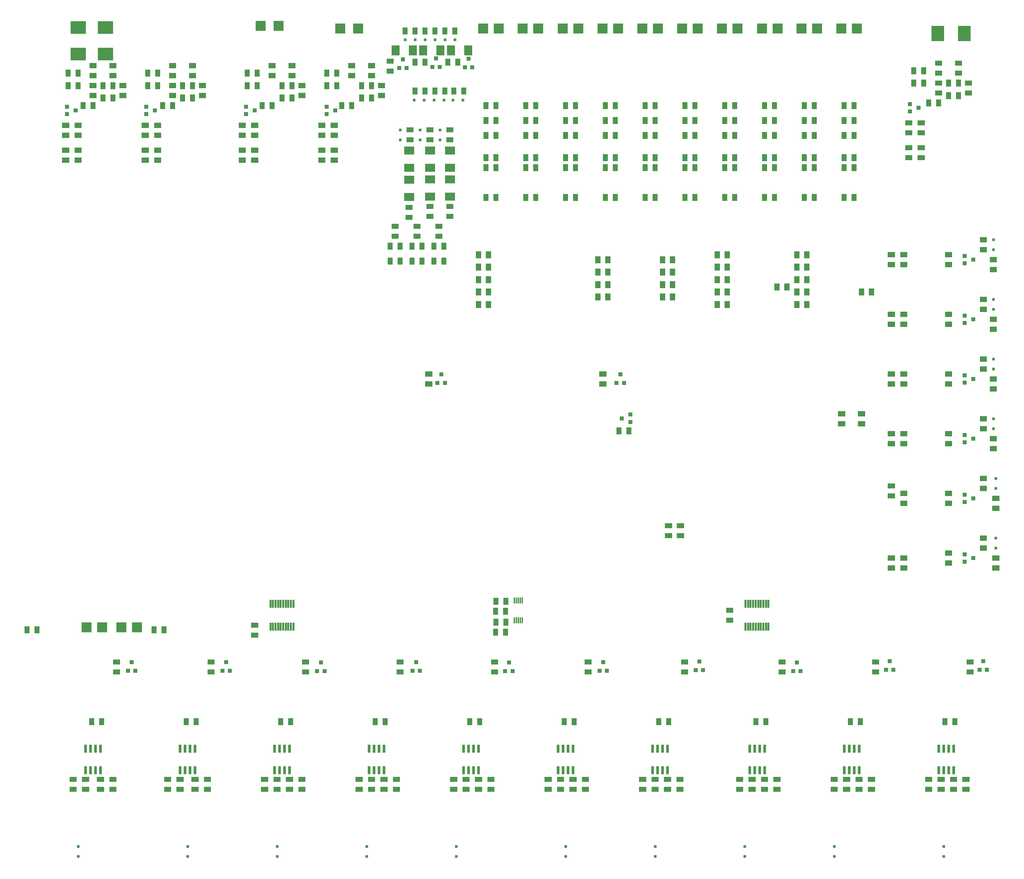
<source format=gbp>
G04 #@! TF.GenerationSoftware,KiCad,Pcbnew,(5.1.6)-1*
G04 #@! TF.CreationDate,2023-01-22T17:07:03+01:00*
G04 #@! TF.ProjectId,central-control-unit,63656e74-7261-46c2-9d63-6f6e74726f6c,rev?*
G04 #@! TF.SameCoordinates,Original*
G04 #@! TF.FileFunction,Paste,Bot*
G04 #@! TF.FilePolarity,Positive*
%FSLAX46Y46*%
G04 Gerber Fmt 4.6, Leading zero omitted, Abs format (unit mm)*
G04 Created by KiCad (PCBNEW (5.1.6)-1) date 2023-01-22 17:07:03*
%MOMM*%
%LPD*%
G01*
G04 APERTURE LIST*
%ADD10C,0.100000*%
%ADD11R,1.000000X1.000000*%
%ADD12R,0.800000X0.800000*%
%ADD13R,2.500000X2.000000*%
%ADD14R,2.000000X2.500000*%
%ADD15R,2.500000X2.500000*%
%ADD16R,0.500000X2.000000*%
%ADD17R,0.800000X2.000000*%
%ADD18R,0.350000X1.500000*%
%ADD19R,3.300000X4.000000*%
%ADD20R,4.000000X3.300000*%
G04 APERTURE END LIST*
D10*
G36*
X103807500Y-213498000D02*
G01*
X103807500Y-211698000D01*
X105107500Y-211698000D01*
X105107500Y-213498000D01*
X103807500Y-213498000D01*
G37*
G36*
X101267500Y-213498000D02*
G01*
X101267500Y-211698000D01*
X102567500Y-211698000D01*
X102567500Y-213498000D01*
X101267500Y-213498000D01*
G37*
G36*
X31417500Y-213498000D02*
G01*
X31417500Y-211698000D01*
X32717500Y-211698000D01*
X32717500Y-213498000D01*
X31417500Y-213498000D01*
G37*
G36*
X28877500Y-213498000D02*
G01*
X28877500Y-211698000D01*
X30177500Y-211698000D01*
X30177500Y-213498000D01*
X28877500Y-213498000D01*
G37*
G36*
X79677500Y-213498000D02*
G01*
X79677500Y-211698000D01*
X80977500Y-211698000D01*
X80977500Y-213498000D01*
X79677500Y-213498000D01*
G37*
G36*
X77137500Y-213498000D02*
G01*
X77137500Y-211698000D01*
X78437500Y-211698000D01*
X78437500Y-213498000D01*
X77137500Y-213498000D01*
G37*
G36*
X55547500Y-213498000D02*
G01*
X55547500Y-211698000D01*
X56847500Y-211698000D01*
X56847500Y-213498000D01*
X55547500Y-213498000D01*
G37*
G36*
X53007500Y-213498000D02*
G01*
X53007500Y-211698000D01*
X54307500Y-211698000D01*
X54307500Y-213498000D01*
X53007500Y-213498000D01*
G37*
G36*
X176197500Y-213498000D02*
G01*
X176197500Y-211698000D01*
X177497500Y-211698000D01*
X177497500Y-213498000D01*
X176197500Y-213498000D01*
G37*
G36*
X173657500Y-213498000D02*
G01*
X173657500Y-211698000D01*
X174957500Y-211698000D01*
X174957500Y-213498000D01*
X173657500Y-213498000D01*
G37*
G36*
X249222500Y-213498000D02*
G01*
X249222500Y-211698000D01*
X250522500Y-211698000D01*
X250522500Y-213498000D01*
X249222500Y-213498000D01*
G37*
G36*
X246682500Y-213498000D02*
G01*
X246682500Y-211698000D01*
X247982500Y-211698000D01*
X247982500Y-213498000D01*
X246682500Y-213498000D01*
G37*
G36*
X152067500Y-213498000D02*
G01*
X152067500Y-211698000D01*
X153367500Y-211698000D01*
X153367500Y-213498000D01*
X152067500Y-213498000D01*
G37*
G36*
X149527500Y-213498000D02*
G01*
X149527500Y-211698000D01*
X150827500Y-211698000D01*
X150827500Y-213498000D01*
X149527500Y-213498000D01*
G37*
G36*
X200962500Y-213498000D02*
G01*
X200962500Y-211698000D01*
X202262500Y-211698000D01*
X202262500Y-213498000D01*
X200962500Y-213498000D01*
G37*
G36*
X198422500Y-213498000D02*
G01*
X198422500Y-211698000D01*
X199722500Y-211698000D01*
X199722500Y-213498000D01*
X198422500Y-213498000D01*
G37*
G36*
X127937500Y-213498000D02*
G01*
X127937500Y-211698000D01*
X129237500Y-211698000D01*
X129237500Y-213498000D01*
X127937500Y-213498000D01*
G37*
G36*
X125397500Y-213498000D02*
G01*
X125397500Y-211698000D01*
X126697500Y-211698000D01*
X126697500Y-213498000D01*
X125397500Y-213498000D01*
G37*
G36*
X225092500Y-213498000D02*
G01*
X225092500Y-211698000D01*
X226392500Y-211698000D01*
X226392500Y-213498000D01*
X225092500Y-213498000D01*
G37*
G36*
X222552500Y-213498000D02*
G01*
X222552500Y-211698000D01*
X223852500Y-211698000D01*
X223852500Y-213498000D01*
X222552500Y-213498000D01*
G37*
G36*
X123873500Y-52462000D02*
G01*
X123873500Y-50662000D01*
X125173500Y-50662000D01*
X125173500Y-52462000D01*
X123873500Y-52462000D01*
G37*
G36*
X121333500Y-52462000D02*
G01*
X121333500Y-50662000D01*
X122633500Y-50662000D01*
X122633500Y-52462000D01*
X121333500Y-52462000D01*
G37*
G36*
X116507500Y-37095000D02*
G01*
X116507500Y-35295000D01*
X117807500Y-35295000D01*
X117807500Y-37095000D01*
X116507500Y-37095000D01*
G37*
G36*
X113967500Y-37095000D02*
G01*
X113967500Y-35295000D01*
X115267500Y-35295000D01*
X115267500Y-37095000D01*
X113967500Y-37095000D01*
G37*
G36*
X119047500Y-52462000D02*
G01*
X119047500Y-50662000D01*
X120347500Y-50662000D01*
X120347500Y-52462000D01*
X119047500Y-52462000D01*
G37*
G36*
X116507500Y-52462000D02*
G01*
X116507500Y-50662000D01*
X117807500Y-50662000D01*
X117807500Y-52462000D01*
X116507500Y-52462000D01*
G37*
G36*
X121587500Y-37095000D02*
G01*
X121587500Y-35295000D01*
X122887500Y-35295000D01*
X122887500Y-37095000D01*
X121587500Y-37095000D01*
G37*
G36*
X119047500Y-37095000D02*
G01*
X119047500Y-35295000D01*
X120347500Y-35295000D01*
X120347500Y-37095000D01*
X119047500Y-37095000D01*
G37*
G36*
X113967500Y-52462000D02*
G01*
X113967500Y-50662000D01*
X115267500Y-50662000D01*
X115267500Y-52462000D01*
X113967500Y-52462000D01*
G37*
G36*
X111427500Y-52462000D02*
G01*
X111427500Y-50662000D01*
X112727500Y-50662000D01*
X112727500Y-52462000D01*
X111427500Y-52462000D01*
G37*
G36*
X111427500Y-37095000D02*
G01*
X111427500Y-35295000D01*
X112727500Y-35295000D01*
X112727500Y-37095000D01*
X111427500Y-37095000D01*
G37*
G36*
X108887500Y-37095000D02*
G01*
X108887500Y-35295000D01*
X110187500Y-35295000D01*
X110187500Y-37095000D01*
X108887500Y-37095000D01*
G37*
G36*
X121867500Y-81676000D02*
G01*
X120067500Y-81676000D01*
X120067500Y-80376000D01*
X121867500Y-80376000D01*
X121867500Y-81676000D01*
G37*
G36*
X121867500Y-84216000D02*
G01*
X120067500Y-84216000D01*
X120067500Y-82916000D01*
X121867500Y-82916000D01*
X121867500Y-84216000D01*
G37*
G36*
X113967500Y-45096000D02*
G01*
X113967500Y-43296000D01*
X115267500Y-43296000D01*
X115267500Y-45096000D01*
X113967500Y-45096000D01*
G37*
G36*
X111427500Y-45096000D02*
G01*
X111427500Y-43296000D01*
X112727500Y-43296000D01*
X112727500Y-45096000D01*
X111427500Y-45096000D01*
G37*
G36*
X116787500Y-81676000D02*
G01*
X114987500Y-81676000D01*
X114987500Y-80376000D01*
X116787500Y-80376000D01*
X116787500Y-81676000D01*
G37*
G36*
X116787500Y-84216000D02*
G01*
X114987500Y-84216000D01*
X114987500Y-82916000D01*
X116787500Y-82916000D01*
X116787500Y-84216000D01*
G37*
G36*
X122349500Y-45096000D02*
G01*
X122349500Y-43296000D01*
X123649500Y-43296000D01*
X123649500Y-45096000D01*
X122349500Y-45096000D01*
G37*
G36*
X119809500Y-45096000D02*
G01*
X119809500Y-43296000D01*
X121109500Y-43296000D01*
X121109500Y-45096000D01*
X119809500Y-45096000D01*
G37*
G36*
X111453500Y-81930000D02*
G01*
X109653500Y-81930000D01*
X109653500Y-80630000D01*
X111453500Y-80630000D01*
X111453500Y-81930000D01*
G37*
G36*
X111453500Y-84470000D02*
G01*
X109653500Y-84470000D01*
X109653500Y-83170000D01*
X111453500Y-83170000D01*
X111453500Y-84470000D01*
G37*
G36*
X106627500Y-44592000D02*
G01*
X104827500Y-44592000D01*
X104827500Y-43292000D01*
X106627500Y-43292000D01*
X106627500Y-44592000D01*
G37*
G36*
X106627500Y-47132000D02*
G01*
X104827500Y-47132000D01*
X104827500Y-45832000D01*
X106627500Y-45832000D01*
X106627500Y-47132000D01*
G37*
D11*
X117411500Y-43250000D03*
X116461500Y-45450000D03*
X118361500Y-45450000D03*
X125727500Y-43266000D03*
X124777500Y-45466000D03*
X126677500Y-45466000D03*
X108963500Y-43504000D03*
X108013500Y-45704000D03*
X109913500Y-45704000D03*
D12*
X121729500Y-53848000D03*
X124269500Y-53848000D03*
X119697500Y-38481000D03*
X122237500Y-38481000D03*
X114617500Y-38481000D03*
X117157500Y-38481000D03*
X116903500Y-53848000D03*
X119443500Y-53848000D03*
X111823500Y-53848000D03*
X114363500Y-53848000D03*
X109537500Y-38481000D03*
X112077500Y-38481000D03*
D13*
X120967500Y-74086000D03*
X120967500Y-78486000D03*
D14*
X114109500Y-41148000D03*
X118509500Y-41148000D03*
D13*
X115887500Y-74086000D03*
X115887500Y-78486000D03*
D14*
X121221500Y-41148000D03*
X125621500Y-41148000D03*
D13*
X110553500Y-74168000D03*
X110553500Y-78568000D03*
D14*
X107083500Y-41148000D03*
X111483500Y-41148000D03*
D10*
G36*
X166037500Y-139203000D02*
G01*
X166037500Y-137403000D01*
X167337500Y-137403000D01*
X167337500Y-139203000D01*
X166037500Y-139203000D01*
G37*
G36*
X163497500Y-139203000D02*
G01*
X163497500Y-137403000D01*
X164797500Y-137403000D01*
X164797500Y-139203000D01*
X163497500Y-139203000D01*
G37*
G36*
X74915000Y-56145000D02*
G01*
X74915000Y-54345000D01*
X76215000Y-54345000D01*
X76215000Y-56145000D01*
X74915000Y-56145000D01*
G37*
G36*
X72375000Y-56145000D02*
G01*
X72375000Y-54345000D01*
X73675000Y-54345000D01*
X73675000Y-56145000D01*
X72375000Y-56145000D01*
G37*
G36*
X29195000Y-56145000D02*
G01*
X29195000Y-54345000D01*
X30495000Y-54345000D01*
X30495000Y-56145000D01*
X29195000Y-56145000D01*
G37*
G36*
X26655000Y-56145000D02*
G01*
X26655000Y-54345000D01*
X27955000Y-54345000D01*
X27955000Y-56145000D01*
X26655000Y-56145000D01*
G37*
G36*
X49515000Y-56145000D02*
G01*
X49515000Y-54345000D01*
X50815000Y-54345000D01*
X50815000Y-56145000D01*
X49515000Y-56145000D01*
G37*
G36*
X46975000Y-56145000D02*
G01*
X46975000Y-54345000D01*
X48275000Y-54345000D01*
X48275000Y-56145000D01*
X46975000Y-56145000D01*
G37*
G36*
X245095000Y-55510000D02*
G01*
X245095000Y-53710000D01*
X246395000Y-53710000D01*
X246395000Y-55510000D01*
X245095000Y-55510000D01*
G37*
G36*
X242555000Y-55510000D02*
G01*
X242555000Y-53710000D01*
X243855000Y-53710000D01*
X243855000Y-55510000D01*
X242555000Y-55510000D01*
G37*
G36*
X72020000Y-60975000D02*
G01*
X70220000Y-60975000D01*
X70220000Y-59675000D01*
X72020000Y-59675000D01*
X72020000Y-60975000D01*
G37*
G36*
X72020000Y-63515000D02*
G01*
X70220000Y-63515000D01*
X70220000Y-62215000D01*
X72020000Y-62215000D01*
X72020000Y-63515000D01*
G37*
G36*
X26935000Y-60975000D02*
G01*
X25135000Y-60975000D01*
X25135000Y-59675000D01*
X26935000Y-59675000D01*
X26935000Y-60975000D01*
G37*
G36*
X26935000Y-63515000D02*
G01*
X25135000Y-63515000D01*
X25135000Y-62215000D01*
X26935000Y-62215000D01*
X26935000Y-63515000D01*
G37*
G36*
X47255000Y-60975000D02*
G01*
X45455000Y-60975000D01*
X45455000Y-59675000D01*
X47255000Y-59675000D01*
X47255000Y-60975000D01*
G37*
G36*
X47255000Y-63515000D02*
G01*
X45455000Y-63515000D01*
X45455000Y-62215000D01*
X47255000Y-62215000D01*
X47255000Y-63515000D01*
G37*
G36*
X242200000Y-60340000D02*
G01*
X240400000Y-60340000D01*
X240400000Y-59040000D01*
X242200000Y-59040000D01*
X242200000Y-60340000D01*
G37*
G36*
X242200000Y-62880000D02*
G01*
X240400000Y-62880000D01*
X240400000Y-61580000D01*
X242200000Y-61580000D01*
X242200000Y-62880000D01*
G37*
G36*
X95235000Y-56145000D02*
G01*
X95235000Y-54345000D01*
X96535000Y-54345000D01*
X96535000Y-56145000D01*
X95235000Y-56145000D01*
G37*
G36*
X92695000Y-56145000D02*
G01*
X92695000Y-54345000D01*
X93995000Y-54345000D01*
X93995000Y-56145000D01*
X92695000Y-56145000D01*
G37*
G36*
X92340000Y-60975000D02*
G01*
X90540000Y-60975000D01*
X90540000Y-59675000D01*
X92340000Y-59675000D01*
X92340000Y-60975000D01*
G37*
G36*
X92340000Y-63515000D02*
G01*
X90540000Y-63515000D01*
X90540000Y-62215000D01*
X92340000Y-62215000D01*
X92340000Y-63515000D01*
G37*
G36*
X178932000Y-164450000D02*
G01*
X180732000Y-164450000D01*
X180732000Y-165750000D01*
X178932000Y-165750000D01*
X178932000Y-164450000D01*
G37*
G36*
X178932000Y-161910000D02*
G01*
X180732000Y-161910000D01*
X180732000Y-163210000D01*
X178932000Y-163210000D01*
X178932000Y-161910000D01*
G37*
G36*
X175884000Y-164450000D02*
G01*
X177684000Y-164450000D01*
X177684000Y-165750000D01*
X175884000Y-165750000D01*
X175884000Y-164450000D01*
G37*
G36*
X175884000Y-161910000D02*
G01*
X177684000Y-161910000D01*
X177684000Y-163210000D01*
X175884000Y-163210000D01*
X175884000Y-161910000D01*
G37*
G36*
X132065000Y-72020000D02*
G01*
X132065000Y-70220000D01*
X133365000Y-70220000D01*
X133365000Y-72020000D01*
X132065000Y-72020000D01*
G37*
G36*
X129525000Y-72020000D02*
G01*
X129525000Y-70220000D01*
X130825000Y-70220000D01*
X130825000Y-72020000D01*
X129525000Y-72020000D01*
G37*
G36*
X132065000Y-69480000D02*
G01*
X132065000Y-67680000D01*
X133365000Y-67680000D01*
X133365000Y-69480000D01*
X132065000Y-69480000D01*
G37*
G36*
X129525000Y-69480000D02*
G01*
X129525000Y-67680000D01*
X130825000Y-67680000D01*
X130825000Y-69480000D01*
X129525000Y-69480000D01*
G37*
G36*
X142225000Y-72020000D02*
G01*
X142225000Y-70220000D01*
X143525000Y-70220000D01*
X143525000Y-72020000D01*
X142225000Y-72020000D01*
G37*
G36*
X139685000Y-72020000D02*
G01*
X139685000Y-70220000D01*
X140985000Y-70220000D01*
X140985000Y-72020000D01*
X139685000Y-72020000D01*
G37*
G36*
X142225000Y-69480000D02*
G01*
X142225000Y-67680000D01*
X143525000Y-67680000D01*
X143525000Y-69480000D01*
X142225000Y-69480000D01*
G37*
G36*
X139685000Y-69480000D02*
G01*
X139685000Y-67680000D01*
X140985000Y-67680000D01*
X140985000Y-69480000D01*
X139685000Y-69480000D01*
G37*
G36*
X182865000Y-72020000D02*
G01*
X182865000Y-70220000D01*
X184165000Y-70220000D01*
X184165000Y-72020000D01*
X182865000Y-72020000D01*
G37*
G36*
X180325000Y-72020000D02*
G01*
X180325000Y-70220000D01*
X181625000Y-70220000D01*
X181625000Y-72020000D01*
X180325000Y-72020000D01*
G37*
G36*
X152385000Y-72020000D02*
G01*
X152385000Y-70220000D01*
X153685000Y-70220000D01*
X153685000Y-72020000D01*
X152385000Y-72020000D01*
G37*
G36*
X149845000Y-72020000D02*
G01*
X149845000Y-70220000D01*
X151145000Y-70220000D01*
X151145000Y-72020000D01*
X149845000Y-72020000D01*
G37*
G36*
X182865000Y-69480000D02*
G01*
X182865000Y-67680000D01*
X184165000Y-67680000D01*
X184165000Y-69480000D01*
X182865000Y-69480000D01*
G37*
G36*
X180325000Y-69480000D02*
G01*
X180325000Y-67680000D01*
X181625000Y-67680000D01*
X181625000Y-69480000D01*
X180325000Y-69480000D01*
G37*
G36*
X172705000Y-72020000D02*
G01*
X172705000Y-70220000D01*
X174005000Y-70220000D01*
X174005000Y-72020000D01*
X172705000Y-72020000D01*
G37*
G36*
X170165000Y-72020000D02*
G01*
X170165000Y-70220000D01*
X171465000Y-70220000D01*
X171465000Y-72020000D01*
X170165000Y-72020000D01*
G37*
G36*
X162545000Y-72020000D02*
G01*
X162545000Y-70220000D01*
X163845000Y-70220000D01*
X163845000Y-72020000D01*
X162545000Y-72020000D01*
G37*
G36*
X160005000Y-72020000D02*
G01*
X160005000Y-70220000D01*
X161305000Y-70220000D01*
X161305000Y-72020000D01*
X160005000Y-72020000D01*
G37*
G36*
X152385000Y-69480000D02*
G01*
X152385000Y-67680000D01*
X153685000Y-67680000D01*
X153685000Y-69480000D01*
X152385000Y-69480000D01*
G37*
G36*
X149845000Y-69480000D02*
G01*
X149845000Y-67680000D01*
X151145000Y-67680000D01*
X151145000Y-69480000D01*
X149845000Y-69480000D01*
G37*
G36*
X172705000Y-69480000D02*
G01*
X172705000Y-67680000D01*
X174005000Y-67680000D01*
X174005000Y-69480000D01*
X172705000Y-69480000D01*
G37*
G36*
X170165000Y-69480000D02*
G01*
X170165000Y-67680000D01*
X171465000Y-67680000D01*
X171465000Y-69480000D01*
X170165000Y-69480000D01*
G37*
G36*
X162545000Y-69480000D02*
G01*
X162545000Y-67680000D01*
X163845000Y-67680000D01*
X163845000Y-69480000D01*
X162545000Y-69480000D01*
G37*
G36*
X160005000Y-69480000D02*
G01*
X160005000Y-67680000D01*
X161305000Y-67680000D01*
X161305000Y-69480000D01*
X160005000Y-69480000D01*
G37*
G36*
X213345000Y-72020000D02*
G01*
X213345000Y-70220000D01*
X214645000Y-70220000D01*
X214645000Y-72020000D01*
X213345000Y-72020000D01*
G37*
G36*
X210805000Y-72020000D02*
G01*
X210805000Y-70220000D01*
X212105000Y-70220000D01*
X212105000Y-72020000D01*
X210805000Y-72020000D01*
G37*
G36*
X203185000Y-72020000D02*
G01*
X203185000Y-70220000D01*
X204485000Y-70220000D01*
X204485000Y-72020000D01*
X203185000Y-72020000D01*
G37*
G36*
X200645000Y-72020000D02*
G01*
X200645000Y-70220000D01*
X201945000Y-70220000D01*
X201945000Y-72020000D01*
X200645000Y-72020000D01*
G37*
G36*
X223505000Y-72020000D02*
G01*
X223505000Y-70220000D01*
X224805000Y-70220000D01*
X224805000Y-72020000D01*
X223505000Y-72020000D01*
G37*
G36*
X220965000Y-72020000D02*
G01*
X220965000Y-70220000D01*
X222265000Y-70220000D01*
X222265000Y-72020000D01*
X220965000Y-72020000D01*
G37*
G36*
X193025000Y-72020000D02*
G01*
X193025000Y-70220000D01*
X194325000Y-70220000D01*
X194325000Y-72020000D01*
X193025000Y-72020000D01*
G37*
G36*
X190485000Y-72020000D02*
G01*
X190485000Y-70220000D01*
X191785000Y-70220000D01*
X191785000Y-72020000D01*
X190485000Y-72020000D01*
G37*
G36*
X213345000Y-69480000D02*
G01*
X213345000Y-67680000D01*
X214645000Y-67680000D01*
X214645000Y-69480000D01*
X213345000Y-69480000D01*
G37*
G36*
X210805000Y-69480000D02*
G01*
X210805000Y-67680000D01*
X212105000Y-67680000D01*
X212105000Y-69480000D01*
X210805000Y-69480000D01*
G37*
G36*
X203185000Y-69480000D02*
G01*
X203185000Y-67680000D01*
X204485000Y-67680000D01*
X204485000Y-69480000D01*
X203185000Y-69480000D01*
G37*
G36*
X200645000Y-69480000D02*
G01*
X200645000Y-67680000D01*
X201945000Y-67680000D01*
X201945000Y-69480000D01*
X200645000Y-69480000D01*
G37*
G36*
X223505000Y-69480000D02*
G01*
X223505000Y-67680000D01*
X224805000Y-67680000D01*
X224805000Y-69480000D01*
X223505000Y-69480000D01*
G37*
G36*
X220965000Y-69480000D02*
G01*
X220965000Y-67680000D01*
X222265000Y-67680000D01*
X222265000Y-69480000D01*
X220965000Y-69480000D01*
G37*
G36*
X193025000Y-69480000D02*
G01*
X193025000Y-67680000D01*
X194325000Y-67680000D01*
X194325000Y-69480000D01*
X193025000Y-69480000D01*
G37*
G36*
X190485000Y-69480000D02*
G01*
X190485000Y-67680000D01*
X191785000Y-67680000D01*
X191785000Y-69480000D01*
X190485000Y-69480000D01*
G37*
G36*
X193305000Y-184800000D02*
G01*
X191505000Y-184800000D01*
X191505000Y-183500000D01*
X193305000Y-183500000D01*
X193305000Y-184800000D01*
G37*
G36*
X193305000Y-187340000D02*
G01*
X191505000Y-187340000D01*
X191505000Y-186040000D01*
X193305000Y-186040000D01*
X193305000Y-187340000D01*
G37*
G36*
X72020000Y-188610000D02*
G01*
X70220000Y-188610000D01*
X70220000Y-187310000D01*
X72020000Y-187310000D01*
X72020000Y-188610000D01*
G37*
G36*
X72020000Y-191150000D02*
G01*
X70220000Y-191150000D01*
X70220000Y-189850000D01*
X72020000Y-189850000D01*
X72020000Y-191150000D01*
G37*
G36*
X133365000Y-180964000D02*
G01*
X133365000Y-182764000D01*
X132065000Y-182764000D01*
X132065000Y-180964000D01*
X133365000Y-180964000D01*
G37*
G36*
X135905000Y-180964000D02*
G01*
X135905000Y-182764000D01*
X134605000Y-182764000D01*
X134605000Y-180964000D01*
X135905000Y-180964000D01*
G37*
G36*
X133301500Y-183504000D02*
G01*
X133301500Y-185304000D01*
X132001500Y-185304000D01*
X132001500Y-183504000D01*
X133301500Y-183504000D01*
G37*
G36*
X135841500Y-183504000D02*
G01*
X135841500Y-185304000D01*
X134541500Y-185304000D01*
X134541500Y-183504000D01*
X135841500Y-183504000D01*
G37*
G36*
X133365000Y-186298000D02*
G01*
X133365000Y-188098000D01*
X132065000Y-188098000D01*
X132065000Y-186298000D01*
X133365000Y-186298000D01*
G37*
G36*
X135905000Y-186298000D02*
G01*
X135905000Y-188098000D01*
X134605000Y-188098000D01*
X134605000Y-186298000D01*
X135905000Y-186298000D01*
G37*
G36*
X133301500Y-188838000D02*
G01*
X133301500Y-190638000D01*
X132001500Y-190638000D01*
X132001500Y-188838000D01*
X133301500Y-188838000D01*
G37*
G36*
X135841500Y-188838000D02*
G01*
X135841500Y-190638000D01*
X134541500Y-190638000D01*
X134541500Y-188838000D01*
X135841500Y-188838000D01*
G37*
G36*
X220080000Y-135875000D02*
G01*
X221880000Y-135875000D01*
X221880000Y-137175000D01*
X220080000Y-137175000D01*
X220080000Y-135875000D01*
G37*
G36*
X220080000Y-133335000D02*
G01*
X221880000Y-133335000D01*
X221880000Y-134635000D01*
X220080000Y-134635000D01*
X220080000Y-133335000D01*
G37*
G36*
X226960000Y-134635000D02*
G01*
X225160000Y-134635000D01*
X225160000Y-133335000D01*
X226960000Y-133335000D01*
X226960000Y-134635000D01*
G37*
G36*
X226960000Y-137175000D02*
G01*
X225160000Y-137175000D01*
X225160000Y-135875000D01*
X226960000Y-135875000D01*
X226960000Y-137175000D01*
G37*
G36*
X234580000Y-109235000D02*
G01*
X232780000Y-109235000D01*
X232780000Y-107935000D01*
X234580000Y-107935000D01*
X234580000Y-109235000D01*
G37*
G36*
X234580000Y-111775000D02*
G01*
X232780000Y-111775000D01*
X232780000Y-110475000D01*
X234580000Y-110475000D01*
X234580000Y-111775000D01*
G37*
G36*
X234580000Y-124475000D02*
G01*
X232780000Y-124475000D01*
X232780000Y-123175000D01*
X234580000Y-123175000D01*
X234580000Y-124475000D01*
G37*
G36*
X234580000Y-127015000D02*
G01*
X232780000Y-127015000D01*
X232780000Y-125715000D01*
X234580000Y-125715000D01*
X234580000Y-127015000D01*
G37*
G36*
X234580000Y-139715000D02*
G01*
X232780000Y-139715000D01*
X232780000Y-138415000D01*
X234580000Y-138415000D01*
X234580000Y-139715000D01*
G37*
G36*
X234580000Y-142255000D02*
G01*
X232780000Y-142255000D01*
X232780000Y-140955000D01*
X234580000Y-140955000D01*
X234580000Y-142255000D01*
G37*
G36*
X234580000Y-171465000D02*
G01*
X232780000Y-171465000D01*
X232780000Y-170165000D01*
X234580000Y-170165000D01*
X234580000Y-171465000D01*
G37*
G36*
X234580000Y-174005000D02*
G01*
X232780000Y-174005000D01*
X232780000Y-172705000D01*
X234580000Y-172705000D01*
X234580000Y-174005000D01*
G37*
G36*
X234580000Y-93995000D02*
G01*
X232780000Y-93995000D01*
X232780000Y-92695000D01*
X234580000Y-92695000D01*
X234580000Y-93995000D01*
G37*
G36*
X234580000Y-96535000D02*
G01*
X232780000Y-96535000D01*
X232780000Y-95235000D01*
X234580000Y-95235000D01*
X234580000Y-96535000D01*
G37*
G36*
X234580000Y-153050000D02*
G01*
X232780000Y-153050000D01*
X232780000Y-151750000D01*
X234580000Y-151750000D01*
X234580000Y-153050000D01*
G37*
G36*
X234580000Y-155590000D02*
G01*
X232780000Y-155590000D01*
X232780000Y-154290000D01*
X234580000Y-154290000D01*
X234580000Y-155590000D01*
G37*
G36*
X237755000Y-109235000D02*
G01*
X235955000Y-109235000D01*
X235955000Y-107935000D01*
X237755000Y-107935000D01*
X237755000Y-109235000D01*
G37*
G36*
X237755000Y-111775000D02*
G01*
X235955000Y-111775000D01*
X235955000Y-110475000D01*
X237755000Y-110475000D01*
X237755000Y-111775000D01*
G37*
G36*
X237755000Y-124475000D02*
G01*
X235955000Y-124475000D01*
X235955000Y-123175000D01*
X237755000Y-123175000D01*
X237755000Y-124475000D01*
G37*
G36*
X237755000Y-127015000D02*
G01*
X235955000Y-127015000D01*
X235955000Y-125715000D01*
X237755000Y-125715000D01*
X237755000Y-127015000D01*
G37*
G36*
X237755000Y-139715000D02*
G01*
X235955000Y-139715000D01*
X235955000Y-138415000D01*
X237755000Y-138415000D01*
X237755000Y-139715000D01*
G37*
G36*
X237755000Y-142255000D02*
G01*
X235955000Y-142255000D01*
X235955000Y-140955000D01*
X237755000Y-140955000D01*
X237755000Y-142255000D01*
G37*
G36*
X237755000Y-171465000D02*
G01*
X235955000Y-171465000D01*
X235955000Y-170165000D01*
X237755000Y-170165000D01*
X237755000Y-171465000D01*
G37*
G36*
X237755000Y-174005000D02*
G01*
X235955000Y-174005000D01*
X235955000Y-172705000D01*
X237755000Y-172705000D01*
X237755000Y-174005000D01*
G37*
G36*
X237755000Y-93995000D02*
G01*
X235955000Y-93995000D01*
X235955000Y-92695000D01*
X237755000Y-92695000D01*
X237755000Y-93995000D01*
G37*
G36*
X237755000Y-96535000D02*
G01*
X235955000Y-96535000D01*
X235955000Y-95235000D01*
X237755000Y-95235000D01*
X237755000Y-96535000D01*
G37*
G36*
X237755000Y-154955000D02*
G01*
X235955000Y-154955000D01*
X235955000Y-153655000D01*
X237755000Y-153655000D01*
X237755000Y-154955000D01*
G37*
G36*
X237755000Y-157495000D02*
G01*
X235955000Y-157495000D01*
X235955000Y-156195000D01*
X237755000Y-156195000D01*
X237755000Y-157495000D01*
G37*
G36*
X258075000Y-105425000D02*
G01*
X256275000Y-105425000D01*
X256275000Y-104125000D01*
X258075000Y-104125000D01*
X258075000Y-105425000D01*
G37*
G36*
X258075000Y-107965000D02*
G01*
X256275000Y-107965000D01*
X256275000Y-106665000D01*
X258075000Y-106665000D01*
X258075000Y-107965000D01*
G37*
G36*
X258075000Y-120665000D02*
G01*
X256275000Y-120665000D01*
X256275000Y-119365000D01*
X258075000Y-119365000D01*
X258075000Y-120665000D01*
G37*
G36*
X258075000Y-123205000D02*
G01*
X256275000Y-123205000D01*
X256275000Y-121905000D01*
X258075000Y-121905000D01*
X258075000Y-123205000D01*
G37*
G36*
X258075000Y-135905000D02*
G01*
X256275000Y-135905000D01*
X256275000Y-134605000D01*
X258075000Y-134605000D01*
X258075000Y-135905000D01*
G37*
G36*
X258075000Y-138445000D02*
G01*
X256275000Y-138445000D01*
X256275000Y-137145000D01*
X258075000Y-137145000D01*
X258075000Y-138445000D01*
G37*
G36*
X258075000Y-166385000D02*
G01*
X256275000Y-166385000D01*
X256275000Y-165085000D01*
X258075000Y-165085000D01*
X258075000Y-166385000D01*
G37*
G36*
X258075000Y-168925000D02*
G01*
X256275000Y-168925000D01*
X256275000Y-167625000D01*
X258075000Y-167625000D01*
X258075000Y-168925000D01*
G37*
G36*
X258075000Y-90185000D02*
G01*
X256275000Y-90185000D01*
X256275000Y-88885000D01*
X258075000Y-88885000D01*
X258075000Y-90185000D01*
G37*
G36*
X258075000Y-92725000D02*
G01*
X256275000Y-92725000D01*
X256275000Y-91425000D01*
X258075000Y-91425000D01*
X258075000Y-92725000D01*
G37*
G36*
X258075000Y-151145000D02*
G01*
X256275000Y-151145000D01*
X256275000Y-149845000D01*
X258075000Y-149845000D01*
X258075000Y-151145000D01*
G37*
G36*
X258075000Y-153685000D02*
G01*
X256275000Y-153685000D01*
X256275000Y-152385000D01*
X258075000Y-152385000D01*
X258075000Y-153685000D01*
G37*
G36*
X46052500Y-188203000D02*
G01*
X46052500Y-190003000D01*
X44752500Y-190003000D01*
X44752500Y-188203000D01*
X46052500Y-188203000D01*
G37*
G36*
X48592500Y-188203000D02*
G01*
X48592500Y-190003000D01*
X47292500Y-190003000D01*
X47292500Y-188203000D01*
X48592500Y-188203000D01*
G37*
D15*
X37052500Y-188468000D03*
X41052500Y-188468000D03*
D10*
G36*
X13667500Y-188203000D02*
G01*
X13667500Y-190003000D01*
X12367500Y-190003000D01*
X12367500Y-188203000D01*
X13667500Y-188203000D01*
G37*
G36*
X16207500Y-188203000D02*
G01*
X16207500Y-190003000D01*
X14907500Y-190003000D01*
X14907500Y-188203000D01*
X16207500Y-188203000D01*
G37*
D15*
X28162500Y-188468000D03*
X32162500Y-188468000D03*
D16*
X197085000Y-188322500D03*
X200335000Y-182517500D03*
X198385000Y-182517500D03*
X198385000Y-188322500D03*
X199035000Y-188322500D03*
X197735000Y-188322500D03*
X202285000Y-182517500D03*
X199685000Y-182517500D03*
X196435000Y-188322500D03*
X202285000Y-188322500D03*
X200985000Y-188322500D03*
X197735000Y-182517500D03*
X197085000Y-182517500D03*
X199035000Y-182517500D03*
X200335000Y-188322500D03*
X201635000Y-182517500D03*
X201635000Y-188322500D03*
X199685000Y-188322500D03*
X196435000Y-182517500D03*
X200985000Y-182517500D03*
X75800000Y-188322500D03*
X79050000Y-182517500D03*
X77100000Y-182517500D03*
X77100000Y-188322500D03*
X77750000Y-188322500D03*
X76450000Y-188322500D03*
X81000000Y-182517500D03*
X78400000Y-182517500D03*
X75150000Y-188322500D03*
X81000000Y-188322500D03*
X79700000Y-188322500D03*
X76450000Y-182517500D03*
X75800000Y-182517500D03*
X77750000Y-182517500D03*
X79050000Y-188322500D03*
X80350000Y-182517500D03*
X80350000Y-188322500D03*
X78400000Y-188322500D03*
X75150000Y-182517500D03*
X79700000Y-182517500D03*
D11*
X63817500Y-197428000D03*
X62867500Y-199628000D03*
X64767500Y-199628000D03*
D10*
G36*
X36777500Y-198008000D02*
G01*
X34977500Y-198008000D01*
X34977500Y-196708000D01*
X36777500Y-196708000D01*
X36777500Y-198008000D01*
G37*
G36*
X36777500Y-200548000D02*
G01*
X34977500Y-200548000D01*
X34977500Y-199248000D01*
X36777500Y-199248000D01*
X36777500Y-200548000D01*
G37*
G36*
X109167500Y-198008000D02*
G01*
X107367500Y-198008000D01*
X107367500Y-196708000D01*
X109167500Y-196708000D01*
X109167500Y-198008000D01*
G37*
G36*
X109167500Y-200548000D02*
G01*
X107367500Y-200548000D01*
X107367500Y-199248000D01*
X109167500Y-199248000D01*
X109167500Y-200548000D01*
G37*
G36*
X132065000Y-63765000D02*
G01*
X132065000Y-61965000D01*
X133365000Y-61965000D01*
X133365000Y-63765000D01*
X132065000Y-63765000D01*
G37*
G36*
X129525000Y-63765000D02*
G01*
X129525000Y-61965000D01*
X130825000Y-61965000D01*
X130825000Y-63765000D01*
X129525000Y-63765000D01*
G37*
D17*
X248285000Y-225010000D03*
X247015000Y-219490000D03*
X248285000Y-219490000D03*
X249555000Y-225010000D03*
X245745000Y-219490000D03*
X249555000Y-219490000D03*
X247015000Y-225010000D03*
X245745000Y-225010000D03*
D18*
X137430000Y-186690000D03*
X137930000Y-186690000D03*
X138430000Y-186690000D03*
X138930000Y-186690000D03*
X139430000Y-186690000D03*
X139430000Y-181610000D03*
X138930000Y-181610000D03*
X138430000Y-181610000D03*
X137430000Y-181610000D03*
X137930000Y-181610000D03*
D10*
G36*
X259450000Y-157465000D02*
G01*
X261250000Y-157465000D01*
X261250000Y-158765000D01*
X259450000Y-158765000D01*
X259450000Y-157465000D01*
G37*
G36*
X259450000Y-154925000D02*
G01*
X261250000Y-154925000D01*
X261250000Y-156225000D01*
X259450000Y-156225000D01*
X259450000Y-154925000D01*
G37*
G36*
X258815000Y-96505000D02*
G01*
X260615000Y-96505000D01*
X260615000Y-97805000D01*
X258815000Y-97805000D01*
X258815000Y-96505000D01*
G37*
G36*
X258815000Y-93965000D02*
G01*
X260615000Y-93965000D01*
X260615000Y-95265000D01*
X258815000Y-95265000D01*
X258815000Y-93965000D01*
G37*
G36*
X259450000Y-172705000D02*
G01*
X261250000Y-172705000D01*
X261250000Y-174005000D01*
X259450000Y-174005000D01*
X259450000Y-172705000D01*
G37*
G36*
X259450000Y-170165000D02*
G01*
X261250000Y-170165000D01*
X261250000Y-171465000D01*
X259450000Y-171465000D01*
X259450000Y-170165000D01*
G37*
G36*
X258815000Y-142225000D02*
G01*
X260615000Y-142225000D01*
X260615000Y-143525000D01*
X258815000Y-143525000D01*
X258815000Y-142225000D01*
G37*
G36*
X258815000Y-139685000D02*
G01*
X260615000Y-139685000D01*
X260615000Y-140985000D01*
X258815000Y-140985000D01*
X258815000Y-139685000D01*
G37*
G36*
X258815000Y-126985000D02*
G01*
X260615000Y-126985000D01*
X260615000Y-128285000D01*
X258815000Y-128285000D01*
X258815000Y-126985000D01*
G37*
G36*
X258815000Y-124445000D02*
G01*
X260615000Y-124445000D01*
X260615000Y-125745000D01*
X258815000Y-125745000D01*
X258815000Y-124445000D01*
G37*
G36*
X258815000Y-111745000D02*
G01*
X260615000Y-111745000D01*
X260615000Y-113045000D01*
X258815000Y-113045000D01*
X258815000Y-111745000D01*
G37*
G36*
X258815000Y-109205000D02*
G01*
X260615000Y-109205000D01*
X260615000Y-110505000D01*
X258815000Y-110505000D01*
X258815000Y-109205000D01*
G37*
G36*
X247385000Y-156195000D02*
G01*
X249185000Y-156195000D01*
X249185000Y-157495000D01*
X247385000Y-157495000D01*
X247385000Y-156195000D01*
G37*
G36*
X247385000Y-153655000D02*
G01*
X249185000Y-153655000D01*
X249185000Y-154955000D01*
X247385000Y-154955000D01*
X247385000Y-153655000D01*
G37*
G36*
X247385000Y-95235000D02*
G01*
X249185000Y-95235000D01*
X249185000Y-96535000D01*
X247385000Y-96535000D01*
X247385000Y-95235000D01*
G37*
G36*
X247385000Y-92695000D02*
G01*
X249185000Y-92695000D01*
X249185000Y-93995000D01*
X247385000Y-93995000D01*
X247385000Y-92695000D01*
G37*
G36*
X247385000Y-171435000D02*
G01*
X249185000Y-171435000D01*
X249185000Y-172735000D01*
X247385000Y-172735000D01*
X247385000Y-171435000D01*
G37*
G36*
X247385000Y-168895000D02*
G01*
X249185000Y-168895000D01*
X249185000Y-170195000D01*
X247385000Y-170195000D01*
X247385000Y-168895000D01*
G37*
G36*
X247385000Y-140955000D02*
G01*
X249185000Y-140955000D01*
X249185000Y-142255000D01*
X247385000Y-142255000D01*
X247385000Y-140955000D01*
G37*
G36*
X247385000Y-138415000D02*
G01*
X249185000Y-138415000D01*
X249185000Y-139715000D01*
X247385000Y-139715000D01*
X247385000Y-138415000D01*
G37*
G36*
X247385000Y-125715000D02*
G01*
X249185000Y-125715000D01*
X249185000Y-127015000D01*
X247385000Y-127015000D01*
X247385000Y-125715000D01*
G37*
G36*
X247385000Y-123175000D02*
G01*
X249185000Y-123175000D01*
X249185000Y-124475000D01*
X247385000Y-124475000D01*
X247385000Y-123175000D01*
G37*
G36*
X247385000Y-110475000D02*
G01*
X249185000Y-110475000D01*
X249185000Y-111775000D01*
X247385000Y-111775000D01*
X247385000Y-110475000D01*
G37*
G36*
X247385000Y-107935000D02*
G01*
X249185000Y-107935000D01*
X249185000Y-109235000D01*
X247385000Y-109235000D01*
X247385000Y-107935000D01*
G37*
G36*
X122820000Y-227980000D02*
G01*
X121020000Y-227980000D01*
X121020000Y-226680000D01*
X122820000Y-226680000D01*
X122820000Y-227980000D01*
G37*
G36*
X122820000Y-230520000D02*
G01*
X121020000Y-230520000D01*
X121020000Y-229220000D01*
X122820000Y-229220000D01*
X122820000Y-230520000D01*
G37*
G36*
X125995000Y-227980000D02*
G01*
X124195000Y-227980000D01*
X124195000Y-226680000D01*
X125995000Y-226680000D01*
X125995000Y-227980000D01*
G37*
G36*
X125995000Y-230520000D02*
G01*
X124195000Y-230520000D01*
X124195000Y-229220000D01*
X125995000Y-229220000D01*
X125995000Y-230520000D01*
G37*
G36*
X129170000Y-227980000D02*
G01*
X127370000Y-227980000D01*
X127370000Y-226680000D01*
X129170000Y-226680000D01*
X129170000Y-227980000D01*
G37*
G36*
X129170000Y-230520000D02*
G01*
X127370000Y-230520000D01*
X127370000Y-229220000D01*
X129170000Y-229220000D01*
X129170000Y-230520000D01*
G37*
G36*
X132345000Y-227980000D02*
G01*
X130545000Y-227980000D01*
X130545000Y-226680000D01*
X132345000Y-226680000D01*
X132345000Y-227980000D01*
G37*
G36*
X132345000Y-230520000D02*
G01*
X130545000Y-230520000D01*
X130545000Y-229220000D01*
X132345000Y-229220000D01*
X132345000Y-230520000D01*
G37*
G36*
X98690000Y-227980000D02*
G01*
X96890000Y-227980000D01*
X96890000Y-226680000D01*
X98690000Y-226680000D01*
X98690000Y-227980000D01*
G37*
G36*
X98690000Y-230520000D02*
G01*
X96890000Y-230520000D01*
X96890000Y-229220000D01*
X98690000Y-229220000D01*
X98690000Y-230520000D01*
G37*
G36*
X101865000Y-227980000D02*
G01*
X100065000Y-227980000D01*
X100065000Y-226680000D01*
X101865000Y-226680000D01*
X101865000Y-227980000D01*
G37*
G36*
X101865000Y-230520000D02*
G01*
X100065000Y-230520000D01*
X100065000Y-229220000D01*
X101865000Y-229220000D01*
X101865000Y-230520000D01*
G37*
G36*
X105040000Y-227980000D02*
G01*
X103240000Y-227980000D01*
X103240000Y-226680000D01*
X105040000Y-226680000D01*
X105040000Y-227980000D01*
G37*
G36*
X105040000Y-230520000D02*
G01*
X103240000Y-230520000D01*
X103240000Y-229220000D01*
X105040000Y-229220000D01*
X105040000Y-230520000D01*
G37*
G36*
X108215000Y-227980000D02*
G01*
X106415000Y-227980000D01*
X106415000Y-226680000D01*
X108215000Y-226680000D01*
X108215000Y-227980000D01*
G37*
G36*
X108215000Y-230520000D02*
G01*
X106415000Y-230520000D01*
X106415000Y-229220000D01*
X108215000Y-229220000D01*
X108215000Y-230520000D01*
G37*
G36*
X244105000Y-227980000D02*
G01*
X242305000Y-227980000D01*
X242305000Y-226680000D01*
X244105000Y-226680000D01*
X244105000Y-227980000D01*
G37*
G36*
X244105000Y-230520000D02*
G01*
X242305000Y-230520000D01*
X242305000Y-229220000D01*
X244105000Y-229220000D01*
X244105000Y-230520000D01*
G37*
G36*
X247280000Y-227980000D02*
G01*
X245480000Y-227980000D01*
X245480000Y-226680000D01*
X247280000Y-226680000D01*
X247280000Y-227980000D01*
G37*
G36*
X247280000Y-230520000D02*
G01*
X245480000Y-230520000D01*
X245480000Y-229220000D01*
X247280000Y-229220000D01*
X247280000Y-230520000D01*
G37*
G36*
X250455000Y-227980000D02*
G01*
X248655000Y-227980000D01*
X248655000Y-226680000D01*
X250455000Y-226680000D01*
X250455000Y-227980000D01*
G37*
G36*
X250455000Y-230520000D02*
G01*
X248655000Y-230520000D01*
X248655000Y-229220000D01*
X250455000Y-229220000D01*
X250455000Y-230520000D01*
G37*
G36*
X74560000Y-227980000D02*
G01*
X72760000Y-227980000D01*
X72760000Y-226680000D01*
X74560000Y-226680000D01*
X74560000Y-227980000D01*
G37*
G36*
X74560000Y-230520000D02*
G01*
X72760000Y-230520000D01*
X72760000Y-229220000D01*
X74560000Y-229220000D01*
X74560000Y-230520000D01*
G37*
G36*
X77735000Y-227980000D02*
G01*
X75935000Y-227980000D01*
X75935000Y-226680000D01*
X77735000Y-226680000D01*
X77735000Y-227980000D01*
G37*
G36*
X77735000Y-230520000D02*
G01*
X75935000Y-230520000D01*
X75935000Y-229220000D01*
X77735000Y-229220000D01*
X77735000Y-230520000D01*
G37*
G36*
X80910000Y-227980000D02*
G01*
X79110000Y-227980000D01*
X79110000Y-226680000D01*
X80910000Y-226680000D01*
X80910000Y-227980000D01*
G37*
G36*
X80910000Y-230520000D02*
G01*
X79110000Y-230520000D01*
X79110000Y-229220000D01*
X80910000Y-229220000D01*
X80910000Y-230520000D01*
G37*
G36*
X84085000Y-227980000D02*
G01*
X82285000Y-227980000D01*
X82285000Y-226680000D01*
X84085000Y-226680000D01*
X84085000Y-227980000D01*
G37*
G36*
X84085000Y-230520000D02*
G01*
X82285000Y-230520000D01*
X82285000Y-229220000D01*
X84085000Y-229220000D01*
X84085000Y-230520000D01*
G37*
G36*
X49795000Y-227980000D02*
G01*
X47995000Y-227980000D01*
X47995000Y-226680000D01*
X49795000Y-226680000D01*
X49795000Y-227980000D01*
G37*
G36*
X49795000Y-230520000D02*
G01*
X47995000Y-230520000D01*
X47995000Y-229220000D01*
X49795000Y-229220000D01*
X49795000Y-230520000D01*
G37*
G36*
X52970000Y-227980000D02*
G01*
X51170000Y-227980000D01*
X51170000Y-226680000D01*
X52970000Y-226680000D01*
X52970000Y-227980000D01*
G37*
G36*
X52970000Y-230520000D02*
G01*
X51170000Y-230520000D01*
X51170000Y-229220000D01*
X52970000Y-229220000D01*
X52970000Y-230520000D01*
G37*
G36*
X56780000Y-227980000D02*
G01*
X54980000Y-227980000D01*
X54980000Y-226680000D01*
X56780000Y-226680000D01*
X56780000Y-227980000D01*
G37*
G36*
X56780000Y-230520000D02*
G01*
X54980000Y-230520000D01*
X54980000Y-229220000D01*
X56780000Y-229220000D01*
X56780000Y-230520000D01*
G37*
G36*
X59955000Y-227980000D02*
G01*
X58155000Y-227980000D01*
X58155000Y-226680000D01*
X59955000Y-226680000D01*
X59955000Y-227980000D01*
G37*
G36*
X59955000Y-230520000D02*
G01*
X58155000Y-230520000D01*
X58155000Y-229220000D01*
X59955000Y-229220000D01*
X59955000Y-230520000D01*
G37*
G36*
X25665000Y-227980000D02*
G01*
X23865000Y-227980000D01*
X23865000Y-226680000D01*
X25665000Y-226680000D01*
X25665000Y-227980000D01*
G37*
G36*
X25665000Y-230520000D02*
G01*
X23865000Y-230520000D01*
X23865000Y-229220000D01*
X25665000Y-229220000D01*
X25665000Y-230520000D01*
G37*
G36*
X28840000Y-227980000D02*
G01*
X27040000Y-227980000D01*
X27040000Y-226680000D01*
X28840000Y-226680000D01*
X28840000Y-227980000D01*
G37*
G36*
X28840000Y-230520000D02*
G01*
X27040000Y-230520000D01*
X27040000Y-229220000D01*
X28840000Y-229220000D01*
X28840000Y-230520000D01*
G37*
G36*
X32650000Y-227980000D02*
G01*
X30850000Y-227980000D01*
X30850000Y-226680000D01*
X32650000Y-226680000D01*
X32650000Y-227980000D01*
G37*
G36*
X32650000Y-230520000D02*
G01*
X30850000Y-230520000D01*
X30850000Y-229220000D01*
X32650000Y-229220000D01*
X32650000Y-230520000D01*
G37*
G36*
X35825000Y-227980000D02*
G01*
X34025000Y-227980000D01*
X34025000Y-226680000D01*
X35825000Y-226680000D01*
X35825000Y-227980000D01*
G37*
G36*
X35825000Y-230520000D02*
G01*
X34025000Y-230520000D01*
X34025000Y-229220000D01*
X35825000Y-229220000D01*
X35825000Y-230520000D01*
G37*
G36*
X146950000Y-227980000D02*
G01*
X145150000Y-227980000D01*
X145150000Y-226680000D01*
X146950000Y-226680000D01*
X146950000Y-227980000D01*
G37*
G36*
X146950000Y-230520000D02*
G01*
X145150000Y-230520000D01*
X145150000Y-229220000D01*
X146950000Y-229220000D01*
X146950000Y-230520000D01*
G37*
G36*
X150125000Y-227980000D02*
G01*
X148325000Y-227980000D01*
X148325000Y-226680000D01*
X150125000Y-226680000D01*
X150125000Y-227980000D01*
G37*
G36*
X150125000Y-230520000D02*
G01*
X148325000Y-230520000D01*
X148325000Y-229220000D01*
X150125000Y-229220000D01*
X150125000Y-230520000D01*
G37*
G36*
X153300000Y-227980000D02*
G01*
X151500000Y-227980000D01*
X151500000Y-226680000D01*
X153300000Y-226680000D01*
X153300000Y-227980000D01*
G37*
G36*
X153300000Y-230520000D02*
G01*
X151500000Y-230520000D01*
X151500000Y-229220000D01*
X153300000Y-229220000D01*
X153300000Y-230520000D01*
G37*
G36*
X156475000Y-227980000D02*
G01*
X154675000Y-227980000D01*
X154675000Y-226680000D01*
X156475000Y-226680000D01*
X156475000Y-227980000D01*
G37*
G36*
X156475000Y-230520000D02*
G01*
X154675000Y-230520000D01*
X154675000Y-229220000D01*
X156475000Y-229220000D01*
X156475000Y-230520000D01*
G37*
G36*
X171080000Y-227980000D02*
G01*
X169280000Y-227980000D01*
X169280000Y-226680000D01*
X171080000Y-226680000D01*
X171080000Y-227980000D01*
G37*
G36*
X171080000Y-230520000D02*
G01*
X169280000Y-230520000D01*
X169280000Y-229220000D01*
X171080000Y-229220000D01*
X171080000Y-230520000D01*
G37*
G36*
X174255000Y-227980000D02*
G01*
X172455000Y-227980000D01*
X172455000Y-226680000D01*
X174255000Y-226680000D01*
X174255000Y-227980000D01*
G37*
G36*
X174255000Y-230520000D02*
G01*
X172455000Y-230520000D01*
X172455000Y-229220000D01*
X174255000Y-229220000D01*
X174255000Y-230520000D01*
G37*
G36*
X177430000Y-227980000D02*
G01*
X175630000Y-227980000D01*
X175630000Y-226680000D01*
X177430000Y-226680000D01*
X177430000Y-227980000D01*
G37*
G36*
X177430000Y-230520000D02*
G01*
X175630000Y-230520000D01*
X175630000Y-229220000D01*
X177430000Y-229220000D01*
X177430000Y-230520000D01*
G37*
G36*
X180605000Y-227980000D02*
G01*
X178805000Y-227980000D01*
X178805000Y-226680000D01*
X180605000Y-226680000D01*
X180605000Y-227980000D01*
G37*
G36*
X180605000Y-230520000D02*
G01*
X178805000Y-230520000D01*
X178805000Y-229220000D01*
X180605000Y-229220000D01*
X180605000Y-230520000D01*
G37*
G36*
X195845000Y-227980000D02*
G01*
X194045000Y-227980000D01*
X194045000Y-226680000D01*
X195845000Y-226680000D01*
X195845000Y-227980000D01*
G37*
G36*
X195845000Y-230520000D02*
G01*
X194045000Y-230520000D01*
X194045000Y-229220000D01*
X195845000Y-229220000D01*
X195845000Y-230520000D01*
G37*
G36*
X199020000Y-227980000D02*
G01*
X197220000Y-227980000D01*
X197220000Y-226680000D01*
X199020000Y-226680000D01*
X199020000Y-227980000D01*
G37*
G36*
X199020000Y-230520000D02*
G01*
X197220000Y-230520000D01*
X197220000Y-229220000D01*
X199020000Y-229220000D01*
X199020000Y-230520000D01*
G37*
G36*
X202195000Y-227980000D02*
G01*
X200395000Y-227980000D01*
X200395000Y-226680000D01*
X202195000Y-226680000D01*
X202195000Y-227980000D01*
G37*
G36*
X202195000Y-230520000D02*
G01*
X200395000Y-230520000D01*
X200395000Y-229220000D01*
X202195000Y-229220000D01*
X202195000Y-230520000D01*
G37*
G36*
X205370000Y-227980000D02*
G01*
X203570000Y-227980000D01*
X203570000Y-226680000D01*
X205370000Y-226680000D01*
X205370000Y-227980000D01*
G37*
G36*
X205370000Y-230520000D02*
G01*
X203570000Y-230520000D01*
X203570000Y-229220000D01*
X205370000Y-229220000D01*
X205370000Y-230520000D01*
G37*
G36*
X219975000Y-227980000D02*
G01*
X218175000Y-227980000D01*
X218175000Y-226680000D01*
X219975000Y-226680000D01*
X219975000Y-227980000D01*
G37*
G36*
X219975000Y-230520000D02*
G01*
X218175000Y-230520000D01*
X218175000Y-229220000D01*
X219975000Y-229220000D01*
X219975000Y-230520000D01*
G37*
G36*
X223150000Y-227980000D02*
G01*
X221350000Y-227980000D01*
X221350000Y-226680000D01*
X223150000Y-226680000D01*
X223150000Y-227980000D01*
G37*
G36*
X223150000Y-230520000D02*
G01*
X221350000Y-230520000D01*
X221350000Y-229220000D01*
X223150000Y-229220000D01*
X223150000Y-230520000D01*
G37*
G36*
X226325000Y-227980000D02*
G01*
X224525000Y-227980000D01*
X224525000Y-226680000D01*
X226325000Y-226680000D01*
X226325000Y-227980000D01*
G37*
G36*
X226325000Y-230520000D02*
G01*
X224525000Y-230520000D01*
X224525000Y-229220000D01*
X226325000Y-229220000D01*
X226325000Y-230520000D01*
G37*
G36*
X229500000Y-227980000D02*
G01*
X227700000Y-227980000D01*
X227700000Y-226680000D01*
X229500000Y-226680000D01*
X229500000Y-227980000D01*
G37*
G36*
X229500000Y-230520000D02*
G01*
X227700000Y-230520000D01*
X227700000Y-229220000D01*
X229500000Y-229220000D01*
X229500000Y-230520000D01*
G37*
G36*
X253630000Y-227980000D02*
G01*
X251830000Y-227980000D01*
X251830000Y-226680000D01*
X253630000Y-226680000D01*
X253630000Y-227980000D01*
G37*
G36*
X253630000Y-230520000D02*
G01*
X251830000Y-230520000D01*
X251830000Y-229220000D01*
X253630000Y-229220000D01*
X253630000Y-230520000D01*
G37*
G36*
X85037500Y-198008000D02*
G01*
X83237500Y-198008000D01*
X83237500Y-196708000D01*
X85037500Y-196708000D01*
X85037500Y-198008000D01*
G37*
G36*
X85037500Y-200548000D02*
G01*
X83237500Y-200548000D01*
X83237500Y-199248000D01*
X85037500Y-199248000D01*
X85037500Y-200548000D01*
G37*
G36*
X60907500Y-198008000D02*
G01*
X59107500Y-198008000D01*
X59107500Y-196708000D01*
X60907500Y-196708000D01*
X60907500Y-198008000D01*
G37*
G36*
X60907500Y-200548000D02*
G01*
X59107500Y-200548000D01*
X59107500Y-199248000D01*
X60907500Y-199248000D01*
X60907500Y-200548000D01*
G37*
G36*
X254709500Y-198008000D02*
G01*
X252909500Y-198008000D01*
X252909500Y-196708000D01*
X254709500Y-196708000D01*
X254709500Y-198008000D01*
G37*
G36*
X254709500Y-200548000D02*
G01*
X252909500Y-200548000D01*
X252909500Y-199248000D01*
X254709500Y-199248000D01*
X254709500Y-200548000D01*
G37*
G36*
X133297500Y-198008000D02*
G01*
X131497500Y-198008000D01*
X131497500Y-196708000D01*
X133297500Y-196708000D01*
X133297500Y-198008000D01*
G37*
G36*
X133297500Y-200548000D02*
G01*
X131497500Y-200548000D01*
X131497500Y-199248000D01*
X133297500Y-199248000D01*
X133297500Y-200548000D01*
G37*
G36*
X157173500Y-198008000D02*
G01*
X155373500Y-198008000D01*
X155373500Y-196708000D01*
X157173500Y-196708000D01*
X157173500Y-198008000D01*
G37*
G36*
X157173500Y-200548000D02*
G01*
X155373500Y-200548000D01*
X155373500Y-199248000D01*
X157173500Y-199248000D01*
X157173500Y-200548000D01*
G37*
G36*
X181811500Y-198008000D02*
G01*
X180011500Y-198008000D01*
X180011500Y-196708000D01*
X181811500Y-196708000D01*
X181811500Y-198008000D01*
G37*
G36*
X181811500Y-200548000D02*
G01*
X180011500Y-200548000D01*
X180011500Y-199248000D01*
X181811500Y-199248000D01*
X181811500Y-200548000D01*
G37*
G36*
X206703500Y-198008000D02*
G01*
X204903500Y-198008000D01*
X204903500Y-196708000D01*
X206703500Y-196708000D01*
X206703500Y-198008000D01*
G37*
G36*
X206703500Y-200548000D02*
G01*
X204903500Y-200548000D01*
X204903500Y-199248000D01*
X206703500Y-199248000D01*
X206703500Y-200548000D01*
G37*
G36*
X230579500Y-198008000D02*
G01*
X228779500Y-198008000D01*
X228779500Y-196708000D01*
X230579500Y-196708000D01*
X230579500Y-198008000D01*
G37*
G36*
X230579500Y-200548000D02*
G01*
X228779500Y-200548000D01*
X228779500Y-199248000D01*
X230579500Y-199248000D01*
X230579500Y-200548000D01*
G37*
G36*
X193025000Y-59955000D02*
G01*
X193025000Y-58155000D01*
X194325000Y-58155000D01*
X194325000Y-59955000D01*
X193025000Y-59955000D01*
G37*
G36*
X190485000Y-59955000D02*
G01*
X190485000Y-58155000D01*
X191785000Y-58155000D01*
X191785000Y-59955000D01*
X190485000Y-59955000D01*
G37*
G36*
X223505000Y-59955000D02*
G01*
X223505000Y-58155000D01*
X224805000Y-58155000D01*
X224805000Y-59955000D01*
X223505000Y-59955000D01*
G37*
G36*
X220965000Y-59955000D02*
G01*
X220965000Y-58155000D01*
X222265000Y-58155000D01*
X222265000Y-59955000D01*
X220965000Y-59955000D01*
G37*
G36*
X203185000Y-59955000D02*
G01*
X203185000Y-58155000D01*
X204485000Y-58155000D01*
X204485000Y-59955000D01*
X203185000Y-59955000D01*
G37*
G36*
X200645000Y-59955000D02*
G01*
X200645000Y-58155000D01*
X201945000Y-58155000D01*
X201945000Y-59955000D01*
X200645000Y-59955000D01*
G37*
G36*
X213345000Y-59955000D02*
G01*
X213345000Y-58155000D01*
X214645000Y-58155000D01*
X214645000Y-59955000D01*
X213345000Y-59955000D01*
G37*
G36*
X210805000Y-59955000D02*
G01*
X210805000Y-58155000D01*
X212105000Y-58155000D01*
X212105000Y-59955000D01*
X210805000Y-59955000D01*
G37*
G36*
X193025000Y-63765000D02*
G01*
X193025000Y-61965000D01*
X194325000Y-61965000D01*
X194325000Y-63765000D01*
X193025000Y-63765000D01*
G37*
G36*
X190485000Y-63765000D02*
G01*
X190485000Y-61965000D01*
X191785000Y-61965000D01*
X191785000Y-63765000D01*
X190485000Y-63765000D01*
G37*
G36*
X223505000Y-63765000D02*
G01*
X223505000Y-61965000D01*
X224805000Y-61965000D01*
X224805000Y-63765000D01*
X223505000Y-63765000D01*
G37*
G36*
X220965000Y-63765000D02*
G01*
X220965000Y-61965000D01*
X222265000Y-61965000D01*
X222265000Y-63765000D01*
X220965000Y-63765000D01*
G37*
G36*
X203185000Y-63765000D02*
G01*
X203185000Y-61965000D01*
X204485000Y-61965000D01*
X204485000Y-63765000D01*
X203185000Y-63765000D01*
G37*
G36*
X200645000Y-63765000D02*
G01*
X200645000Y-61965000D01*
X201945000Y-61965000D01*
X201945000Y-63765000D01*
X200645000Y-63765000D01*
G37*
G36*
X213345000Y-63765000D02*
G01*
X213345000Y-61965000D01*
X214645000Y-61965000D01*
X214645000Y-63765000D01*
X213345000Y-63765000D01*
G37*
G36*
X210805000Y-63765000D02*
G01*
X210805000Y-61965000D01*
X212105000Y-61965000D01*
X212105000Y-63765000D01*
X210805000Y-63765000D01*
G37*
G36*
X193025000Y-56145000D02*
G01*
X193025000Y-54345000D01*
X194325000Y-54345000D01*
X194325000Y-56145000D01*
X193025000Y-56145000D01*
G37*
G36*
X190485000Y-56145000D02*
G01*
X190485000Y-54345000D01*
X191785000Y-54345000D01*
X191785000Y-56145000D01*
X190485000Y-56145000D01*
G37*
G36*
X223505000Y-56145000D02*
G01*
X223505000Y-54345000D01*
X224805000Y-54345000D01*
X224805000Y-56145000D01*
X223505000Y-56145000D01*
G37*
G36*
X220965000Y-56145000D02*
G01*
X220965000Y-54345000D01*
X222265000Y-54345000D01*
X222265000Y-56145000D01*
X220965000Y-56145000D01*
G37*
G36*
X203185000Y-56145000D02*
G01*
X203185000Y-54345000D01*
X204485000Y-54345000D01*
X204485000Y-56145000D01*
X203185000Y-56145000D01*
G37*
G36*
X200645000Y-56145000D02*
G01*
X200645000Y-54345000D01*
X201945000Y-54345000D01*
X201945000Y-56145000D01*
X200645000Y-56145000D01*
G37*
G36*
X213345000Y-56145000D02*
G01*
X213345000Y-54345000D01*
X214645000Y-54345000D01*
X214645000Y-56145000D01*
X213345000Y-56145000D01*
G37*
G36*
X210805000Y-56145000D02*
G01*
X210805000Y-54345000D01*
X212105000Y-54345000D01*
X212105000Y-56145000D01*
X210805000Y-56145000D01*
G37*
G36*
X191785000Y-77840000D02*
G01*
X191785000Y-79640000D01*
X190485000Y-79640000D01*
X190485000Y-77840000D01*
X191785000Y-77840000D01*
G37*
G36*
X194325000Y-77840000D02*
G01*
X194325000Y-79640000D01*
X193025000Y-79640000D01*
X193025000Y-77840000D01*
X194325000Y-77840000D01*
G37*
G36*
X222265000Y-77840000D02*
G01*
X222265000Y-79640000D01*
X220965000Y-79640000D01*
X220965000Y-77840000D01*
X222265000Y-77840000D01*
G37*
G36*
X224805000Y-77840000D02*
G01*
X224805000Y-79640000D01*
X223505000Y-79640000D01*
X223505000Y-77840000D01*
X224805000Y-77840000D01*
G37*
G36*
X201945000Y-77840000D02*
G01*
X201945000Y-79640000D01*
X200645000Y-79640000D01*
X200645000Y-77840000D01*
X201945000Y-77840000D01*
G37*
G36*
X204485000Y-77840000D02*
G01*
X204485000Y-79640000D01*
X203185000Y-79640000D01*
X203185000Y-77840000D01*
X204485000Y-77840000D01*
G37*
G36*
X212105000Y-77840000D02*
G01*
X212105000Y-79640000D01*
X210805000Y-79640000D01*
X210805000Y-77840000D01*
X212105000Y-77840000D01*
G37*
G36*
X214645000Y-77840000D02*
G01*
X214645000Y-79640000D01*
X213345000Y-79640000D01*
X213345000Y-77840000D01*
X214645000Y-77840000D01*
G37*
G36*
X111707500Y-62118000D02*
G01*
X109907500Y-62118000D01*
X109907500Y-60818000D01*
X111707500Y-60818000D01*
X111707500Y-62118000D01*
G37*
G36*
X111707500Y-64658000D02*
G01*
X109907500Y-64658000D01*
X109907500Y-63358000D01*
X111707500Y-63358000D01*
X111707500Y-64658000D01*
G37*
G36*
X116787500Y-62118000D02*
G01*
X114987500Y-62118000D01*
X114987500Y-60818000D01*
X116787500Y-60818000D01*
X116787500Y-62118000D01*
G37*
G36*
X116787500Y-64658000D02*
G01*
X114987500Y-64658000D01*
X114987500Y-63358000D01*
X116787500Y-63358000D01*
X116787500Y-64658000D01*
G37*
G36*
X121867500Y-62118000D02*
G01*
X120067500Y-62118000D01*
X120067500Y-60818000D01*
X121867500Y-60818000D01*
X121867500Y-62118000D01*
G37*
G36*
X121867500Y-64658000D02*
G01*
X120067500Y-64658000D01*
X120067500Y-63358000D01*
X121867500Y-63358000D01*
X121867500Y-64658000D01*
G37*
G36*
X107897500Y-86756000D02*
G01*
X106097500Y-86756000D01*
X106097500Y-85456000D01*
X107897500Y-85456000D01*
X107897500Y-86756000D01*
G37*
G36*
X107897500Y-89296000D02*
G01*
X106097500Y-89296000D01*
X106097500Y-87996000D01*
X107897500Y-87996000D01*
X107897500Y-89296000D01*
G37*
G36*
X113485500Y-86756000D02*
G01*
X111685500Y-86756000D01*
X111685500Y-85456000D01*
X113485500Y-85456000D01*
X113485500Y-86756000D01*
G37*
G36*
X113485500Y-89296000D02*
G01*
X111685500Y-89296000D01*
X111685500Y-87996000D01*
X113485500Y-87996000D01*
X113485500Y-89296000D01*
G37*
G36*
X119073500Y-86756000D02*
G01*
X117273500Y-86756000D01*
X117273500Y-85456000D01*
X119073500Y-85456000D01*
X119073500Y-86756000D01*
G37*
G36*
X119073500Y-89296000D02*
G01*
X117273500Y-89296000D01*
X117273500Y-87996000D01*
X119073500Y-87996000D01*
X119073500Y-89296000D01*
G37*
G36*
X106377500Y-90286000D02*
G01*
X106377500Y-92086000D01*
X105077500Y-92086000D01*
X105077500Y-90286000D01*
X106377500Y-90286000D01*
G37*
G36*
X108917500Y-90286000D02*
G01*
X108917500Y-92086000D01*
X107617500Y-92086000D01*
X107617500Y-90286000D01*
X108917500Y-90286000D01*
G37*
G36*
X111965500Y-90286000D02*
G01*
X111965500Y-92086000D01*
X110665500Y-92086000D01*
X110665500Y-90286000D01*
X111965500Y-90286000D01*
G37*
G36*
X114505500Y-90286000D02*
G01*
X114505500Y-92086000D01*
X113205500Y-92086000D01*
X113205500Y-90286000D01*
X114505500Y-90286000D01*
G37*
G36*
X117553500Y-90286000D02*
G01*
X117553500Y-92086000D01*
X116253500Y-92086000D01*
X116253500Y-90286000D01*
X117553500Y-90286000D01*
G37*
G36*
X120093500Y-90286000D02*
G01*
X120093500Y-92086000D01*
X118793500Y-92086000D01*
X118793500Y-90286000D01*
X120093500Y-90286000D01*
G37*
G36*
X106377500Y-94096000D02*
G01*
X106377500Y-95896000D01*
X105077500Y-95896000D01*
X105077500Y-94096000D01*
X106377500Y-94096000D01*
G37*
G36*
X108917500Y-94096000D02*
G01*
X108917500Y-95896000D01*
X107617500Y-95896000D01*
X107617500Y-94096000D01*
X108917500Y-94096000D01*
G37*
G36*
X111965500Y-94096000D02*
G01*
X111965500Y-95896000D01*
X110665500Y-95896000D01*
X110665500Y-94096000D01*
X111965500Y-94096000D01*
G37*
G36*
X114505500Y-94096000D02*
G01*
X114505500Y-95896000D01*
X113205500Y-95896000D01*
X113205500Y-94096000D01*
X114505500Y-94096000D01*
G37*
G36*
X117553500Y-94096000D02*
G01*
X117553500Y-95896000D01*
X116253500Y-95896000D01*
X116253500Y-94096000D01*
X117553500Y-94096000D01*
G37*
G36*
X120093500Y-94096000D02*
G01*
X120093500Y-95896000D01*
X118793500Y-95896000D01*
X118793500Y-94096000D01*
X120093500Y-94096000D01*
G37*
G36*
X162545000Y-59955000D02*
G01*
X162545000Y-58155000D01*
X163845000Y-58155000D01*
X163845000Y-59955000D01*
X162545000Y-59955000D01*
G37*
G36*
X160005000Y-59955000D02*
G01*
X160005000Y-58155000D01*
X161305000Y-58155000D01*
X161305000Y-59955000D01*
X160005000Y-59955000D01*
G37*
G36*
X172705000Y-59955000D02*
G01*
X172705000Y-58155000D01*
X174005000Y-58155000D01*
X174005000Y-59955000D01*
X172705000Y-59955000D01*
G37*
G36*
X170165000Y-59955000D02*
G01*
X170165000Y-58155000D01*
X171465000Y-58155000D01*
X171465000Y-59955000D01*
X170165000Y-59955000D01*
G37*
G36*
X162545000Y-63765000D02*
G01*
X162545000Y-61965000D01*
X163845000Y-61965000D01*
X163845000Y-63765000D01*
X162545000Y-63765000D01*
G37*
G36*
X160005000Y-63765000D02*
G01*
X160005000Y-61965000D01*
X161305000Y-61965000D01*
X161305000Y-63765000D01*
X160005000Y-63765000D01*
G37*
G36*
X152385000Y-59955000D02*
G01*
X152385000Y-58155000D01*
X153685000Y-58155000D01*
X153685000Y-59955000D01*
X152385000Y-59955000D01*
G37*
G36*
X149845000Y-59955000D02*
G01*
X149845000Y-58155000D01*
X151145000Y-58155000D01*
X151145000Y-59955000D01*
X149845000Y-59955000D01*
G37*
G36*
X172705000Y-63765000D02*
G01*
X172705000Y-61965000D01*
X174005000Y-61965000D01*
X174005000Y-63765000D01*
X172705000Y-63765000D01*
G37*
G36*
X170165000Y-63765000D02*
G01*
X170165000Y-61965000D01*
X171465000Y-61965000D01*
X171465000Y-63765000D01*
X170165000Y-63765000D01*
G37*
G36*
X182865000Y-59955000D02*
G01*
X182865000Y-58155000D01*
X184165000Y-58155000D01*
X184165000Y-59955000D01*
X182865000Y-59955000D01*
G37*
G36*
X180325000Y-59955000D02*
G01*
X180325000Y-58155000D01*
X181625000Y-58155000D01*
X181625000Y-59955000D01*
X180325000Y-59955000D01*
G37*
G36*
X152385000Y-63765000D02*
G01*
X152385000Y-61965000D01*
X153685000Y-61965000D01*
X153685000Y-63765000D01*
X152385000Y-63765000D01*
G37*
G36*
X149845000Y-63765000D02*
G01*
X149845000Y-61965000D01*
X151145000Y-61965000D01*
X151145000Y-63765000D01*
X149845000Y-63765000D01*
G37*
G36*
X162545000Y-56145000D02*
G01*
X162545000Y-54345000D01*
X163845000Y-54345000D01*
X163845000Y-56145000D01*
X162545000Y-56145000D01*
G37*
G36*
X160005000Y-56145000D02*
G01*
X160005000Y-54345000D01*
X161305000Y-54345000D01*
X161305000Y-56145000D01*
X160005000Y-56145000D01*
G37*
G36*
X172705000Y-56145000D02*
G01*
X172705000Y-54345000D01*
X174005000Y-54345000D01*
X174005000Y-56145000D01*
X172705000Y-56145000D01*
G37*
G36*
X170165000Y-56145000D02*
G01*
X170165000Y-54345000D01*
X171465000Y-54345000D01*
X171465000Y-56145000D01*
X170165000Y-56145000D01*
G37*
G36*
X182865000Y-63765000D02*
G01*
X182865000Y-61965000D01*
X184165000Y-61965000D01*
X184165000Y-63765000D01*
X182865000Y-63765000D01*
G37*
G36*
X180325000Y-63765000D02*
G01*
X180325000Y-61965000D01*
X181625000Y-61965000D01*
X181625000Y-63765000D01*
X180325000Y-63765000D01*
G37*
G36*
X152385000Y-56145000D02*
G01*
X152385000Y-54345000D01*
X153685000Y-54345000D01*
X153685000Y-56145000D01*
X152385000Y-56145000D01*
G37*
G36*
X149845000Y-56145000D02*
G01*
X149845000Y-54345000D01*
X151145000Y-54345000D01*
X151145000Y-56145000D01*
X149845000Y-56145000D01*
G37*
G36*
X182865000Y-56145000D02*
G01*
X182865000Y-54345000D01*
X184165000Y-54345000D01*
X184165000Y-56145000D01*
X182865000Y-56145000D01*
G37*
G36*
X180325000Y-56145000D02*
G01*
X180325000Y-54345000D01*
X181625000Y-54345000D01*
X181625000Y-56145000D01*
X180325000Y-56145000D01*
G37*
G36*
X161305000Y-77840000D02*
G01*
X161305000Y-79640000D01*
X160005000Y-79640000D01*
X160005000Y-77840000D01*
X161305000Y-77840000D01*
G37*
G36*
X163845000Y-77840000D02*
G01*
X163845000Y-79640000D01*
X162545000Y-79640000D01*
X162545000Y-77840000D01*
X163845000Y-77840000D01*
G37*
G36*
X171465000Y-77840000D02*
G01*
X171465000Y-79640000D01*
X170165000Y-79640000D01*
X170165000Y-77840000D01*
X171465000Y-77840000D01*
G37*
G36*
X174005000Y-77840000D02*
G01*
X174005000Y-79640000D01*
X172705000Y-79640000D01*
X172705000Y-77840000D01*
X174005000Y-77840000D01*
G37*
G36*
X151145000Y-77840000D02*
G01*
X151145000Y-79640000D01*
X149845000Y-79640000D01*
X149845000Y-77840000D01*
X151145000Y-77840000D01*
G37*
G36*
X153685000Y-77840000D02*
G01*
X153685000Y-79640000D01*
X152385000Y-79640000D01*
X152385000Y-77840000D01*
X153685000Y-77840000D01*
G37*
G36*
X181625000Y-77840000D02*
G01*
X181625000Y-79640000D01*
X180325000Y-79640000D01*
X180325000Y-77840000D01*
X181625000Y-77840000D01*
G37*
G36*
X184165000Y-77840000D02*
G01*
X184165000Y-79640000D01*
X182865000Y-79640000D01*
X182865000Y-77840000D01*
X184165000Y-77840000D01*
G37*
G36*
X142225000Y-59955000D02*
G01*
X142225000Y-58155000D01*
X143525000Y-58155000D01*
X143525000Y-59955000D01*
X142225000Y-59955000D01*
G37*
G36*
X139685000Y-59955000D02*
G01*
X139685000Y-58155000D01*
X140985000Y-58155000D01*
X140985000Y-59955000D01*
X139685000Y-59955000D01*
G37*
G36*
X142225000Y-63765000D02*
G01*
X142225000Y-61965000D01*
X143525000Y-61965000D01*
X143525000Y-63765000D01*
X142225000Y-63765000D01*
G37*
G36*
X139685000Y-63765000D02*
G01*
X139685000Y-61965000D01*
X140985000Y-61965000D01*
X140985000Y-63765000D01*
X139685000Y-63765000D01*
G37*
G36*
X132065000Y-59955000D02*
G01*
X132065000Y-58155000D01*
X133365000Y-58155000D01*
X133365000Y-59955000D01*
X132065000Y-59955000D01*
G37*
G36*
X129525000Y-59955000D02*
G01*
X129525000Y-58155000D01*
X130825000Y-58155000D01*
X130825000Y-59955000D01*
X129525000Y-59955000D01*
G37*
G36*
X142225000Y-56145000D02*
G01*
X142225000Y-54345000D01*
X143525000Y-54345000D01*
X143525000Y-56145000D01*
X142225000Y-56145000D01*
G37*
G36*
X139685000Y-56145000D02*
G01*
X139685000Y-54345000D01*
X140985000Y-54345000D01*
X140985000Y-56145000D01*
X139685000Y-56145000D01*
G37*
G36*
X132065000Y-56145000D02*
G01*
X132065000Y-54345000D01*
X133365000Y-54345000D01*
X133365000Y-56145000D01*
X132065000Y-56145000D01*
G37*
G36*
X129525000Y-56145000D02*
G01*
X129525000Y-54345000D01*
X130825000Y-54345000D01*
X130825000Y-56145000D01*
X129525000Y-56145000D01*
G37*
G36*
X140985000Y-77840000D02*
G01*
X140985000Y-79640000D01*
X139685000Y-79640000D01*
X139685000Y-77840000D01*
X140985000Y-77840000D01*
G37*
G36*
X143525000Y-77840000D02*
G01*
X143525000Y-79640000D01*
X142225000Y-79640000D01*
X142225000Y-77840000D01*
X143525000Y-77840000D01*
G37*
G36*
X130825000Y-77840000D02*
G01*
X130825000Y-79640000D01*
X129525000Y-79640000D01*
X129525000Y-77840000D01*
X130825000Y-77840000D01*
G37*
G36*
X133365000Y-77840000D02*
G01*
X133365000Y-79640000D01*
X132065000Y-79640000D01*
X132065000Y-77840000D01*
X133365000Y-77840000D01*
G37*
G36*
X177150000Y-95515000D02*
G01*
X177150000Y-93715000D01*
X178450000Y-93715000D01*
X178450000Y-95515000D01*
X177150000Y-95515000D01*
G37*
G36*
X174610000Y-95515000D02*
G01*
X174610000Y-93715000D01*
X175910000Y-93715000D01*
X175910000Y-95515000D01*
X174610000Y-95515000D01*
G37*
G36*
X177150000Y-101865000D02*
G01*
X177150000Y-100065000D01*
X178450000Y-100065000D01*
X178450000Y-101865000D01*
X177150000Y-101865000D01*
G37*
G36*
X174610000Y-101865000D02*
G01*
X174610000Y-100065000D01*
X175910000Y-100065000D01*
X175910000Y-101865000D01*
X174610000Y-101865000D01*
G37*
G36*
X159400000Y-103240000D02*
G01*
X159400000Y-105040000D01*
X158100000Y-105040000D01*
X158100000Y-103240000D01*
X159400000Y-103240000D01*
G37*
G36*
X161940000Y-103240000D02*
G01*
X161940000Y-105040000D01*
X160640000Y-105040000D01*
X160640000Y-103240000D01*
X161940000Y-103240000D01*
G37*
G36*
X159400000Y-96890000D02*
G01*
X159400000Y-98690000D01*
X158100000Y-98690000D01*
X158100000Y-96890000D01*
X159400000Y-96890000D01*
G37*
G36*
X161940000Y-96890000D02*
G01*
X161940000Y-98690000D01*
X160640000Y-98690000D01*
X160640000Y-96890000D01*
X161940000Y-96890000D01*
G37*
G36*
X177150000Y-98690000D02*
G01*
X177150000Y-96890000D01*
X178450000Y-96890000D01*
X178450000Y-98690000D01*
X177150000Y-98690000D01*
G37*
G36*
X174610000Y-98690000D02*
G01*
X174610000Y-96890000D01*
X175910000Y-96890000D01*
X175910000Y-98690000D01*
X174610000Y-98690000D01*
G37*
G36*
X177150000Y-105040000D02*
G01*
X177150000Y-103240000D01*
X178450000Y-103240000D01*
X178450000Y-105040000D01*
X177150000Y-105040000D01*
G37*
G36*
X174610000Y-105040000D02*
G01*
X174610000Y-103240000D01*
X175910000Y-103240000D01*
X175910000Y-105040000D01*
X174610000Y-105040000D01*
G37*
G36*
X159400000Y-100065000D02*
G01*
X159400000Y-101865000D01*
X158100000Y-101865000D01*
X158100000Y-100065000D01*
X159400000Y-100065000D01*
G37*
G36*
X161940000Y-100065000D02*
G01*
X161940000Y-101865000D01*
X160640000Y-101865000D01*
X160640000Y-100065000D01*
X161940000Y-100065000D01*
G37*
G36*
X159400000Y-93715000D02*
G01*
X159400000Y-95515000D01*
X158100000Y-95515000D01*
X158100000Y-93715000D01*
X159400000Y-93715000D01*
G37*
G36*
X161940000Y-93715000D02*
G01*
X161940000Y-95515000D01*
X160640000Y-95515000D01*
X160640000Y-93715000D01*
X161940000Y-93715000D01*
G37*
G36*
X189880000Y-105145000D02*
G01*
X189880000Y-106945000D01*
X188580000Y-106945000D01*
X188580000Y-105145000D01*
X189880000Y-105145000D01*
G37*
G36*
X192420000Y-105145000D02*
G01*
X192420000Y-106945000D01*
X191120000Y-106945000D01*
X191120000Y-105145000D01*
X192420000Y-105145000D01*
G37*
G36*
X206360000Y-102500000D02*
G01*
X206360000Y-100700000D01*
X207660000Y-100700000D01*
X207660000Y-102500000D01*
X206360000Y-102500000D01*
G37*
G36*
X203820000Y-102500000D02*
G01*
X203820000Y-100700000D01*
X205120000Y-100700000D01*
X205120000Y-102500000D01*
X203820000Y-102500000D01*
G37*
G36*
X227950000Y-103770000D02*
G01*
X227950000Y-101970000D01*
X229250000Y-101970000D01*
X229250000Y-103770000D01*
X227950000Y-103770000D01*
G37*
G36*
X225410000Y-103770000D02*
G01*
X225410000Y-101970000D01*
X226710000Y-101970000D01*
X226710000Y-103770000D01*
X225410000Y-103770000D01*
G37*
G36*
X210200000Y-105145000D02*
G01*
X210200000Y-106945000D01*
X208900000Y-106945000D01*
X208900000Y-105145000D01*
X210200000Y-105145000D01*
G37*
G36*
X212740000Y-105145000D02*
G01*
X212740000Y-106945000D01*
X211440000Y-106945000D01*
X211440000Y-105145000D01*
X212740000Y-105145000D01*
G37*
G36*
X128920000Y-105145000D02*
G01*
X128920000Y-106945000D01*
X127620000Y-106945000D01*
X127620000Y-105145000D01*
X128920000Y-105145000D01*
G37*
G36*
X131460000Y-105145000D02*
G01*
X131460000Y-106945000D01*
X130160000Y-106945000D01*
X130160000Y-105145000D01*
X131460000Y-105145000D01*
G37*
G36*
X189880000Y-101970000D02*
G01*
X189880000Y-103770000D01*
X188580000Y-103770000D01*
X188580000Y-101970000D01*
X189880000Y-101970000D01*
G37*
G36*
X192420000Y-101970000D02*
G01*
X192420000Y-103770000D01*
X191120000Y-103770000D01*
X191120000Y-101970000D01*
X192420000Y-101970000D01*
G37*
G36*
X189880000Y-95620000D02*
G01*
X189880000Y-97420000D01*
X188580000Y-97420000D01*
X188580000Y-95620000D01*
X189880000Y-95620000D01*
G37*
G36*
X192420000Y-95620000D02*
G01*
X192420000Y-97420000D01*
X191120000Y-97420000D01*
X191120000Y-95620000D01*
X192420000Y-95620000D01*
G37*
G36*
X210200000Y-95620000D02*
G01*
X210200000Y-97420000D01*
X208900000Y-97420000D01*
X208900000Y-95620000D01*
X210200000Y-95620000D01*
G37*
G36*
X212740000Y-95620000D02*
G01*
X212740000Y-97420000D01*
X211440000Y-97420000D01*
X211440000Y-95620000D01*
X212740000Y-95620000D01*
G37*
G36*
X210200000Y-101970000D02*
G01*
X210200000Y-103770000D01*
X208900000Y-103770000D01*
X208900000Y-101970000D01*
X210200000Y-101970000D01*
G37*
G36*
X212740000Y-101970000D02*
G01*
X212740000Y-103770000D01*
X211440000Y-103770000D01*
X211440000Y-101970000D01*
X212740000Y-101970000D01*
G37*
G36*
X128920000Y-95620000D02*
G01*
X128920000Y-97420000D01*
X127620000Y-97420000D01*
X127620000Y-95620000D01*
X128920000Y-95620000D01*
G37*
G36*
X131460000Y-95620000D02*
G01*
X131460000Y-97420000D01*
X130160000Y-97420000D01*
X130160000Y-95620000D01*
X131460000Y-95620000D01*
G37*
G36*
X128920000Y-101970000D02*
G01*
X128920000Y-103770000D01*
X127620000Y-103770000D01*
X127620000Y-101970000D01*
X128920000Y-101970000D01*
G37*
G36*
X131460000Y-101970000D02*
G01*
X131460000Y-103770000D01*
X130160000Y-103770000D01*
X130160000Y-101970000D01*
X131460000Y-101970000D01*
G37*
G36*
X189880000Y-98795000D02*
G01*
X189880000Y-100595000D01*
X188580000Y-100595000D01*
X188580000Y-98795000D01*
X189880000Y-98795000D01*
G37*
G36*
X192420000Y-98795000D02*
G01*
X192420000Y-100595000D01*
X191120000Y-100595000D01*
X191120000Y-98795000D01*
X192420000Y-98795000D01*
G37*
G36*
X189880000Y-92445000D02*
G01*
X189880000Y-94245000D01*
X188580000Y-94245000D01*
X188580000Y-92445000D01*
X189880000Y-92445000D01*
G37*
G36*
X192420000Y-92445000D02*
G01*
X192420000Y-94245000D01*
X191120000Y-94245000D01*
X191120000Y-92445000D01*
X192420000Y-92445000D01*
G37*
G36*
X210200000Y-92445000D02*
G01*
X210200000Y-94245000D01*
X208900000Y-94245000D01*
X208900000Y-92445000D01*
X210200000Y-92445000D01*
G37*
G36*
X212740000Y-92445000D02*
G01*
X212740000Y-94245000D01*
X211440000Y-94245000D01*
X211440000Y-92445000D01*
X212740000Y-92445000D01*
G37*
G36*
X210200000Y-98795000D02*
G01*
X210200000Y-100595000D01*
X208900000Y-100595000D01*
X208900000Y-98795000D01*
X210200000Y-98795000D01*
G37*
G36*
X212740000Y-98795000D02*
G01*
X212740000Y-100595000D01*
X211440000Y-100595000D01*
X211440000Y-98795000D01*
X212740000Y-98795000D01*
G37*
G36*
X128920000Y-92445000D02*
G01*
X128920000Y-94245000D01*
X127620000Y-94245000D01*
X127620000Y-92445000D01*
X128920000Y-92445000D01*
G37*
G36*
X131460000Y-92445000D02*
G01*
X131460000Y-94245000D01*
X130160000Y-94245000D01*
X130160000Y-92445000D01*
X131460000Y-92445000D01*
G37*
G36*
X128920000Y-98795000D02*
G01*
X128920000Y-100595000D01*
X127620000Y-100595000D01*
X127620000Y-98795000D01*
X128920000Y-98795000D01*
G37*
G36*
X131460000Y-98795000D02*
G01*
X131460000Y-100595000D01*
X130160000Y-100595000D01*
X130160000Y-98795000D01*
X131460000Y-98795000D01*
G37*
G36*
X91425000Y-51065000D02*
G01*
X91425000Y-49265000D01*
X92725000Y-49265000D01*
X92725000Y-51065000D01*
X91425000Y-51065000D01*
G37*
G36*
X88885000Y-51065000D02*
G01*
X88885000Y-49265000D01*
X90185000Y-49265000D01*
X90185000Y-51065000D01*
X88885000Y-51065000D01*
G37*
G36*
X89165000Y-60975000D02*
G01*
X87365000Y-60975000D01*
X87365000Y-59675000D01*
X89165000Y-59675000D01*
X89165000Y-60975000D01*
G37*
G36*
X89165000Y-63515000D02*
G01*
X87365000Y-63515000D01*
X87365000Y-62215000D01*
X89165000Y-62215000D01*
X89165000Y-63515000D01*
G37*
G36*
X91425000Y-47890000D02*
G01*
X91425000Y-46090000D01*
X92725000Y-46090000D01*
X92725000Y-47890000D01*
X91425000Y-47890000D01*
G37*
G36*
X88885000Y-47890000D02*
G01*
X88885000Y-46090000D01*
X90185000Y-46090000D01*
X90185000Y-47890000D01*
X88885000Y-47890000D01*
G37*
G36*
X87365000Y-68565000D02*
G01*
X89165000Y-68565000D01*
X89165000Y-69865000D01*
X87365000Y-69865000D01*
X87365000Y-68565000D01*
G37*
G36*
X87365000Y-66025000D02*
G01*
X89165000Y-66025000D01*
X89165000Y-67325000D01*
X87365000Y-67325000D01*
X87365000Y-66025000D01*
G37*
G36*
X90540000Y-68565000D02*
G01*
X92340000Y-68565000D01*
X92340000Y-69865000D01*
X90540000Y-69865000D01*
X90540000Y-68565000D01*
G37*
G36*
X90540000Y-66025000D02*
G01*
X92340000Y-66025000D01*
X92340000Y-67325000D01*
X90540000Y-67325000D01*
X90540000Y-66025000D01*
G37*
G36*
X102605000Y-52055000D02*
G01*
X104405000Y-52055000D01*
X104405000Y-53355000D01*
X102605000Y-53355000D01*
X102605000Y-52055000D01*
G37*
G36*
X102605000Y-49515000D02*
G01*
X104405000Y-49515000D01*
X104405000Y-50815000D01*
X102605000Y-50815000D01*
X102605000Y-49515000D01*
G37*
G36*
X94985000Y-46975000D02*
G01*
X96785000Y-46975000D01*
X96785000Y-48275000D01*
X94985000Y-48275000D01*
X94985000Y-46975000D01*
G37*
G36*
X94985000Y-44435000D02*
G01*
X96785000Y-44435000D01*
X96785000Y-45735000D01*
X94985000Y-45735000D01*
X94985000Y-44435000D01*
G37*
G36*
X101865000Y-45735000D02*
G01*
X100065000Y-45735000D01*
X100065000Y-44435000D01*
X101865000Y-44435000D01*
X101865000Y-45735000D01*
G37*
G36*
X101865000Y-48275000D02*
G01*
X100065000Y-48275000D01*
X100065000Y-46975000D01*
X101865000Y-46975000D01*
X101865000Y-48275000D01*
G37*
G36*
X100315000Y-51065000D02*
G01*
X100315000Y-49265000D01*
X101615000Y-49265000D01*
X101615000Y-51065000D01*
X100315000Y-51065000D01*
G37*
G36*
X97775000Y-51065000D02*
G01*
X97775000Y-49265000D01*
X99075000Y-49265000D01*
X99075000Y-51065000D01*
X97775000Y-51065000D01*
G37*
G36*
X99075000Y-52440000D02*
G01*
X99075000Y-54240000D01*
X97775000Y-54240000D01*
X97775000Y-52440000D01*
X99075000Y-52440000D01*
G37*
G36*
X101615000Y-52440000D02*
G01*
X101615000Y-54240000D01*
X100315000Y-54240000D01*
X100315000Y-52440000D01*
X101615000Y-52440000D01*
G37*
G36*
X116470000Y-124475000D02*
G01*
X114670000Y-124475000D01*
X114670000Y-123175000D01*
X116470000Y-123175000D01*
X116470000Y-124475000D01*
G37*
G36*
X116470000Y-127015000D02*
G01*
X114670000Y-127015000D01*
X114670000Y-125715000D01*
X116470000Y-125715000D01*
X116470000Y-127015000D01*
G37*
G36*
X160920000Y-124475000D02*
G01*
X159120000Y-124475000D01*
X159120000Y-123175000D01*
X160920000Y-123175000D01*
X160920000Y-124475000D01*
G37*
G36*
X160920000Y-127015000D02*
G01*
X159120000Y-127015000D01*
X159120000Y-125715000D01*
X160920000Y-125715000D01*
X160920000Y-127015000D01*
G37*
G36*
X241285000Y-50430000D02*
G01*
X241285000Y-48630000D01*
X242585000Y-48630000D01*
X242585000Y-50430000D01*
X241285000Y-50430000D01*
G37*
G36*
X238745000Y-50430000D02*
G01*
X238745000Y-48630000D01*
X240045000Y-48630000D01*
X240045000Y-50430000D01*
X238745000Y-50430000D01*
G37*
G36*
X45705000Y-51065000D02*
G01*
X45705000Y-49265000D01*
X47005000Y-49265000D01*
X47005000Y-51065000D01*
X45705000Y-51065000D01*
G37*
G36*
X43165000Y-51065000D02*
G01*
X43165000Y-49265000D01*
X44465000Y-49265000D01*
X44465000Y-51065000D01*
X43165000Y-51065000D01*
G37*
G36*
X25385000Y-51065000D02*
G01*
X25385000Y-49265000D01*
X26685000Y-49265000D01*
X26685000Y-51065000D01*
X25385000Y-51065000D01*
G37*
G36*
X22845000Y-51065000D02*
G01*
X22845000Y-49265000D01*
X24145000Y-49265000D01*
X24145000Y-51065000D01*
X22845000Y-51065000D01*
G37*
G36*
X71105000Y-51065000D02*
G01*
X71105000Y-49265000D01*
X72405000Y-49265000D01*
X72405000Y-51065000D01*
X71105000Y-51065000D01*
G37*
G36*
X68565000Y-51065000D02*
G01*
X68565000Y-49265000D01*
X69865000Y-49265000D01*
X69865000Y-51065000D01*
X68565000Y-51065000D01*
G37*
G36*
X239025000Y-60340000D02*
G01*
X237225000Y-60340000D01*
X237225000Y-59040000D01*
X239025000Y-59040000D01*
X239025000Y-60340000D01*
G37*
G36*
X239025000Y-62880000D02*
G01*
X237225000Y-62880000D01*
X237225000Y-61580000D01*
X239025000Y-61580000D01*
X239025000Y-62880000D01*
G37*
G36*
X44080000Y-60975000D02*
G01*
X42280000Y-60975000D01*
X42280000Y-59675000D01*
X44080000Y-59675000D01*
X44080000Y-60975000D01*
G37*
G36*
X44080000Y-63515000D02*
G01*
X42280000Y-63515000D01*
X42280000Y-62215000D01*
X44080000Y-62215000D01*
X44080000Y-63515000D01*
G37*
G36*
X23760000Y-60975000D02*
G01*
X21960000Y-60975000D01*
X21960000Y-59675000D01*
X23760000Y-59675000D01*
X23760000Y-60975000D01*
G37*
G36*
X23760000Y-63515000D02*
G01*
X21960000Y-63515000D01*
X21960000Y-62215000D01*
X23760000Y-62215000D01*
X23760000Y-63515000D01*
G37*
G36*
X68845000Y-60975000D02*
G01*
X67045000Y-60975000D01*
X67045000Y-59675000D01*
X68845000Y-59675000D01*
X68845000Y-60975000D01*
G37*
G36*
X68845000Y-63515000D02*
G01*
X67045000Y-63515000D01*
X67045000Y-62215000D01*
X68845000Y-62215000D01*
X68845000Y-63515000D01*
G37*
G36*
X241285000Y-47255000D02*
G01*
X241285000Y-45455000D01*
X242585000Y-45455000D01*
X242585000Y-47255000D01*
X241285000Y-47255000D01*
G37*
G36*
X238745000Y-47255000D02*
G01*
X238745000Y-45455000D01*
X240045000Y-45455000D01*
X240045000Y-47255000D01*
X238745000Y-47255000D01*
G37*
G36*
X45705000Y-47890000D02*
G01*
X45705000Y-46090000D01*
X47005000Y-46090000D01*
X47005000Y-47890000D01*
X45705000Y-47890000D01*
G37*
G36*
X43165000Y-47890000D02*
G01*
X43165000Y-46090000D01*
X44465000Y-46090000D01*
X44465000Y-47890000D01*
X43165000Y-47890000D01*
G37*
G36*
X25385000Y-47890000D02*
G01*
X25385000Y-46090000D01*
X26685000Y-46090000D01*
X26685000Y-47890000D01*
X25385000Y-47890000D01*
G37*
G36*
X22845000Y-47890000D02*
G01*
X22845000Y-46090000D01*
X24145000Y-46090000D01*
X24145000Y-47890000D01*
X22845000Y-47890000D01*
G37*
G36*
X71105000Y-47890000D02*
G01*
X71105000Y-46090000D01*
X72405000Y-46090000D01*
X72405000Y-47890000D01*
X71105000Y-47890000D01*
G37*
G36*
X68565000Y-47890000D02*
G01*
X68565000Y-46090000D01*
X69865000Y-46090000D01*
X69865000Y-47890000D01*
X68565000Y-47890000D01*
G37*
G36*
X237225000Y-67930000D02*
G01*
X239025000Y-67930000D01*
X239025000Y-69230000D01*
X237225000Y-69230000D01*
X237225000Y-67930000D01*
G37*
G36*
X237225000Y-65390000D02*
G01*
X239025000Y-65390000D01*
X239025000Y-66690000D01*
X237225000Y-66690000D01*
X237225000Y-65390000D01*
G37*
G36*
X42280000Y-68565000D02*
G01*
X44080000Y-68565000D01*
X44080000Y-69865000D01*
X42280000Y-69865000D01*
X42280000Y-68565000D01*
G37*
G36*
X42280000Y-66025000D02*
G01*
X44080000Y-66025000D01*
X44080000Y-67325000D01*
X42280000Y-67325000D01*
X42280000Y-66025000D01*
G37*
G36*
X21960000Y-68565000D02*
G01*
X23760000Y-68565000D01*
X23760000Y-69865000D01*
X21960000Y-69865000D01*
X21960000Y-68565000D01*
G37*
G36*
X21960000Y-66025000D02*
G01*
X23760000Y-66025000D01*
X23760000Y-67325000D01*
X21960000Y-67325000D01*
X21960000Y-66025000D01*
G37*
G36*
X67045000Y-68565000D02*
G01*
X68845000Y-68565000D01*
X68845000Y-69865000D01*
X67045000Y-69865000D01*
X67045000Y-68565000D01*
G37*
G36*
X67045000Y-66025000D02*
G01*
X68845000Y-66025000D01*
X68845000Y-67325000D01*
X67045000Y-67325000D01*
X67045000Y-66025000D01*
G37*
G36*
X240400000Y-67930000D02*
G01*
X242200000Y-67930000D01*
X242200000Y-69230000D01*
X240400000Y-69230000D01*
X240400000Y-67930000D01*
G37*
G36*
X240400000Y-65390000D02*
G01*
X242200000Y-65390000D01*
X242200000Y-66690000D01*
X240400000Y-66690000D01*
X240400000Y-65390000D01*
G37*
G36*
X45455000Y-68565000D02*
G01*
X47255000Y-68565000D01*
X47255000Y-69865000D01*
X45455000Y-69865000D01*
X45455000Y-68565000D01*
G37*
G36*
X45455000Y-66025000D02*
G01*
X47255000Y-66025000D01*
X47255000Y-67325000D01*
X45455000Y-67325000D01*
X45455000Y-66025000D01*
G37*
G36*
X25135000Y-68565000D02*
G01*
X26935000Y-68565000D01*
X26935000Y-69865000D01*
X25135000Y-69865000D01*
X25135000Y-68565000D01*
G37*
G36*
X25135000Y-66025000D02*
G01*
X26935000Y-66025000D01*
X26935000Y-67325000D01*
X25135000Y-67325000D01*
X25135000Y-66025000D01*
G37*
G36*
X70220000Y-68565000D02*
G01*
X72020000Y-68565000D01*
X72020000Y-69865000D01*
X70220000Y-69865000D01*
X70220000Y-68565000D01*
G37*
G36*
X70220000Y-66025000D02*
G01*
X72020000Y-66025000D01*
X72020000Y-67325000D01*
X70220000Y-67325000D01*
X70220000Y-66025000D01*
G37*
G36*
X252465000Y-51420000D02*
G01*
X254265000Y-51420000D01*
X254265000Y-52720000D01*
X252465000Y-52720000D01*
X252465000Y-51420000D01*
G37*
G36*
X252465000Y-48880000D02*
G01*
X254265000Y-48880000D01*
X254265000Y-50180000D01*
X252465000Y-50180000D01*
X252465000Y-48880000D01*
G37*
G36*
X56885000Y-52055000D02*
G01*
X58685000Y-52055000D01*
X58685000Y-53355000D01*
X56885000Y-53355000D01*
X56885000Y-52055000D01*
G37*
G36*
X56885000Y-49515000D02*
G01*
X58685000Y-49515000D01*
X58685000Y-50815000D01*
X56885000Y-50815000D01*
X56885000Y-49515000D01*
G37*
G36*
X36565000Y-52055000D02*
G01*
X38365000Y-52055000D01*
X38365000Y-53355000D01*
X36565000Y-53355000D01*
X36565000Y-52055000D01*
G37*
G36*
X36565000Y-49515000D02*
G01*
X38365000Y-49515000D01*
X38365000Y-50815000D01*
X36565000Y-50815000D01*
X36565000Y-49515000D01*
G37*
G36*
X82285000Y-52055000D02*
G01*
X84085000Y-52055000D01*
X84085000Y-53355000D01*
X82285000Y-53355000D01*
X82285000Y-52055000D01*
G37*
G36*
X82285000Y-49515000D02*
G01*
X84085000Y-49515000D01*
X84085000Y-50815000D01*
X82285000Y-50815000D01*
X82285000Y-49515000D01*
G37*
G36*
X244845000Y-46340000D02*
G01*
X246645000Y-46340000D01*
X246645000Y-47640000D01*
X244845000Y-47640000D01*
X244845000Y-46340000D01*
G37*
G36*
X244845000Y-43800000D02*
G01*
X246645000Y-43800000D01*
X246645000Y-45100000D01*
X244845000Y-45100000D01*
X244845000Y-43800000D01*
G37*
G36*
X251725000Y-45100000D02*
G01*
X249925000Y-45100000D01*
X249925000Y-43800000D01*
X251725000Y-43800000D01*
X251725000Y-45100000D01*
G37*
G36*
X251725000Y-47640000D02*
G01*
X249925000Y-47640000D01*
X249925000Y-46340000D01*
X251725000Y-46340000D01*
X251725000Y-47640000D01*
G37*
G36*
X250175000Y-50430000D02*
G01*
X250175000Y-48630000D01*
X251475000Y-48630000D01*
X251475000Y-50430000D01*
X250175000Y-50430000D01*
G37*
G36*
X247635000Y-50430000D02*
G01*
X247635000Y-48630000D01*
X248935000Y-48630000D01*
X248935000Y-50430000D01*
X247635000Y-50430000D01*
G37*
G36*
X246645000Y-50180000D02*
G01*
X244845000Y-50180000D01*
X244845000Y-48880000D01*
X246645000Y-48880000D01*
X246645000Y-50180000D01*
G37*
G36*
X246645000Y-52720000D02*
G01*
X244845000Y-52720000D01*
X244845000Y-51420000D01*
X246645000Y-51420000D01*
X246645000Y-52720000D01*
G37*
G36*
X248935000Y-51805000D02*
G01*
X248935000Y-53605000D01*
X247635000Y-53605000D01*
X247635000Y-51805000D01*
X248935000Y-51805000D01*
G37*
G36*
X251475000Y-51805000D02*
G01*
X251475000Y-53605000D01*
X250175000Y-53605000D01*
X250175000Y-51805000D01*
X251475000Y-51805000D01*
G37*
G36*
X49265000Y-46975000D02*
G01*
X51065000Y-46975000D01*
X51065000Y-48275000D01*
X49265000Y-48275000D01*
X49265000Y-46975000D01*
G37*
G36*
X49265000Y-44435000D02*
G01*
X51065000Y-44435000D01*
X51065000Y-45735000D01*
X49265000Y-45735000D01*
X49265000Y-44435000D01*
G37*
G36*
X56145000Y-45735000D02*
G01*
X54345000Y-45735000D01*
X54345000Y-44435000D01*
X56145000Y-44435000D01*
X56145000Y-45735000D01*
G37*
G36*
X56145000Y-48275000D02*
G01*
X54345000Y-48275000D01*
X54345000Y-46975000D01*
X56145000Y-46975000D01*
X56145000Y-48275000D01*
G37*
G36*
X54595000Y-51065000D02*
G01*
X54595000Y-49265000D01*
X55895000Y-49265000D01*
X55895000Y-51065000D01*
X54595000Y-51065000D01*
G37*
G36*
X52055000Y-51065000D02*
G01*
X52055000Y-49265000D01*
X53355000Y-49265000D01*
X53355000Y-51065000D01*
X52055000Y-51065000D01*
G37*
G36*
X51065000Y-50815000D02*
G01*
X49265000Y-50815000D01*
X49265000Y-49515000D01*
X51065000Y-49515000D01*
X51065000Y-50815000D01*
G37*
G36*
X51065000Y-53355000D02*
G01*
X49265000Y-53355000D01*
X49265000Y-52055000D01*
X51065000Y-52055000D01*
X51065000Y-53355000D01*
G37*
G36*
X53355000Y-52440000D02*
G01*
X53355000Y-54240000D01*
X52055000Y-54240000D01*
X52055000Y-52440000D01*
X53355000Y-52440000D01*
G37*
G36*
X55895000Y-52440000D02*
G01*
X55895000Y-54240000D01*
X54595000Y-54240000D01*
X54595000Y-52440000D01*
X55895000Y-52440000D01*
G37*
G36*
X28945000Y-46975000D02*
G01*
X30745000Y-46975000D01*
X30745000Y-48275000D01*
X28945000Y-48275000D01*
X28945000Y-46975000D01*
G37*
G36*
X28945000Y-44435000D02*
G01*
X30745000Y-44435000D01*
X30745000Y-45735000D01*
X28945000Y-45735000D01*
X28945000Y-44435000D01*
G37*
G36*
X35825000Y-45735000D02*
G01*
X34025000Y-45735000D01*
X34025000Y-44435000D01*
X35825000Y-44435000D01*
X35825000Y-45735000D01*
G37*
G36*
X35825000Y-48275000D02*
G01*
X34025000Y-48275000D01*
X34025000Y-46975000D01*
X35825000Y-46975000D01*
X35825000Y-48275000D01*
G37*
G36*
X34275000Y-51065000D02*
G01*
X34275000Y-49265000D01*
X35575000Y-49265000D01*
X35575000Y-51065000D01*
X34275000Y-51065000D01*
G37*
G36*
X31735000Y-51065000D02*
G01*
X31735000Y-49265000D01*
X33035000Y-49265000D01*
X33035000Y-51065000D01*
X31735000Y-51065000D01*
G37*
G36*
X30745000Y-50815000D02*
G01*
X28945000Y-50815000D01*
X28945000Y-49515000D01*
X30745000Y-49515000D01*
X30745000Y-50815000D01*
G37*
G36*
X30745000Y-53355000D02*
G01*
X28945000Y-53355000D01*
X28945000Y-52055000D01*
X30745000Y-52055000D01*
X30745000Y-53355000D01*
G37*
G36*
X33035000Y-52440000D02*
G01*
X33035000Y-54240000D01*
X31735000Y-54240000D01*
X31735000Y-52440000D01*
X33035000Y-52440000D01*
G37*
G36*
X35575000Y-52440000D02*
G01*
X35575000Y-54240000D01*
X34275000Y-54240000D01*
X34275000Y-52440000D01*
X35575000Y-52440000D01*
G37*
G36*
X74665000Y-46975000D02*
G01*
X76465000Y-46975000D01*
X76465000Y-48275000D01*
X74665000Y-48275000D01*
X74665000Y-46975000D01*
G37*
G36*
X74665000Y-44435000D02*
G01*
X76465000Y-44435000D01*
X76465000Y-45735000D01*
X74665000Y-45735000D01*
X74665000Y-44435000D01*
G37*
G36*
X81545000Y-45735000D02*
G01*
X79745000Y-45735000D01*
X79745000Y-44435000D01*
X81545000Y-44435000D01*
X81545000Y-45735000D01*
G37*
G36*
X81545000Y-48275000D02*
G01*
X79745000Y-48275000D01*
X79745000Y-46975000D01*
X81545000Y-46975000D01*
X81545000Y-48275000D01*
G37*
G36*
X79995000Y-51065000D02*
G01*
X79995000Y-49265000D01*
X81295000Y-49265000D01*
X81295000Y-51065000D01*
X79995000Y-51065000D01*
G37*
G36*
X77455000Y-51065000D02*
G01*
X77455000Y-49265000D01*
X78755000Y-49265000D01*
X78755000Y-51065000D01*
X77455000Y-51065000D01*
G37*
G36*
X78755000Y-52440000D02*
G01*
X78755000Y-54240000D01*
X77455000Y-54240000D01*
X77455000Y-52440000D01*
X78755000Y-52440000D01*
G37*
G36*
X81295000Y-52440000D02*
G01*
X81295000Y-54240000D01*
X79995000Y-54240000D01*
X79995000Y-52440000D01*
X81295000Y-52440000D01*
G37*
D11*
X254565000Y-155575000D03*
X252365000Y-154625000D03*
X252365000Y-156525000D03*
X254565000Y-94615000D03*
X252365000Y-93665000D03*
X252365000Y-95565000D03*
X254565000Y-170815000D03*
X252365000Y-169865000D03*
X252365000Y-171765000D03*
X254565000Y-140335000D03*
X252365000Y-139385000D03*
X252365000Y-141285000D03*
X254565000Y-125095000D03*
X252365000Y-124145000D03*
X252365000Y-126045000D03*
X254565000Y-109855000D03*
X252365000Y-108905000D03*
X252365000Y-110805000D03*
X88013500Y-197444000D03*
X87063500Y-199644000D03*
X88963500Y-199644000D03*
X39687500Y-197428000D03*
X38737500Y-199628000D03*
X40637500Y-199628000D03*
X112331500Y-197428000D03*
X111381500Y-199628000D03*
X113281500Y-199628000D03*
X257111500Y-197174000D03*
X256161500Y-199374000D03*
X258061500Y-199374000D03*
X164852500Y-135128000D03*
X167052500Y-136078000D03*
X167052500Y-134178000D03*
X136019500Y-197444000D03*
X135069500Y-199644000D03*
X136969500Y-199644000D03*
X160083500Y-197428000D03*
X159133500Y-199628000D03*
X161033500Y-199628000D03*
X184655500Y-197190000D03*
X183705500Y-199390000D03*
X185605500Y-199390000D03*
X209547500Y-197444000D03*
X208597500Y-199644000D03*
X210497500Y-199644000D03*
X233235500Y-197174000D03*
X232285500Y-199374000D03*
X234185500Y-199374000D03*
X91687500Y-56515000D03*
X89487500Y-55565000D03*
X89487500Y-57465000D03*
X118745000Y-123895000D03*
X117795000Y-126095000D03*
X119695000Y-126095000D03*
X164465000Y-123895000D03*
X163515000Y-126095000D03*
X165415000Y-126095000D03*
X240595000Y-55810000D03*
X238395000Y-54860000D03*
X238395000Y-56760000D03*
X45650000Y-56515000D03*
X43450000Y-55565000D03*
X43450000Y-57465000D03*
X25400000Y-56515000D03*
X23200000Y-55565000D03*
X23200000Y-57465000D03*
X71097500Y-56515000D03*
X68897500Y-55565000D03*
X68897500Y-57465000D03*
D12*
X260350000Y-153035000D03*
X260350000Y-150495000D03*
X259715000Y-92075000D03*
X259715000Y-89535000D03*
X260350000Y-168275000D03*
X260350000Y-165735000D03*
X259715000Y-137795000D03*
X259715000Y-135255000D03*
X259715000Y-122555000D03*
X259715000Y-120015000D03*
X259715000Y-107315000D03*
X259715000Y-104775000D03*
D17*
X127000000Y-225010000D03*
X125730000Y-219490000D03*
X127000000Y-219490000D03*
X128270000Y-225010000D03*
X124460000Y-219490000D03*
X128270000Y-219490000D03*
X125730000Y-225010000D03*
X124460000Y-225010000D03*
X78740000Y-225010000D03*
X77470000Y-219490000D03*
X78740000Y-219490000D03*
X80010000Y-225010000D03*
X76200000Y-219490000D03*
X80010000Y-219490000D03*
X77470000Y-225010000D03*
X76200000Y-225010000D03*
X54610000Y-225010000D03*
X53340000Y-219490000D03*
X54610000Y-219490000D03*
X55880000Y-225010000D03*
X52070000Y-219490000D03*
X55880000Y-219490000D03*
X53340000Y-225010000D03*
X52070000Y-225010000D03*
X30480000Y-225010000D03*
X29210000Y-219490000D03*
X30480000Y-219490000D03*
X31750000Y-225010000D03*
X27940000Y-219490000D03*
X31750000Y-219490000D03*
X29210000Y-225010000D03*
X27940000Y-225010000D03*
X151130000Y-225010000D03*
X149860000Y-219490000D03*
X151130000Y-219490000D03*
X152400000Y-225010000D03*
X148590000Y-219490000D03*
X152400000Y-219490000D03*
X149860000Y-225010000D03*
X148590000Y-225010000D03*
X175260000Y-225010000D03*
X173990000Y-219490000D03*
X175260000Y-219490000D03*
X176530000Y-225010000D03*
X172720000Y-219490000D03*
X176530000Y-219490000D03*
X173990000Y-225010000D03*
X172720000Y-225010000D03*
X200025000Y-225010000D03*
X198755000Y-219490000D03*
X200025000Y-219490000D03*
X201295000Y-225010000D03*
X197485000Y-219490000D03*
X201295000Y-219490000D03*
X198755000Y-225010000D03*
X197485000Y-225010000D03*
X224155000Y-225010000D03*
X222885000Y-219490000D03*
X224155000Y-219490000D03*
X225425000Y-225010000D03*
X221615000Y-219490000D03*
X225425000Y-219490000D03*
X222885000Y-225010000D03*
X221615000Y-225010000D03*
X102870000Y-225010000D03*
X101600000Y-219490000D03*
X102870000Y-219490000D03*
X104140000Y-225010000D03*
X100330000Y-219490000D03*
X104140000Y-219490000D03*
X101600000Y-225010000D03*
X100330000Y-225010000D03*
D12*
X76835000Y-244475000D03*
X76835000Y-247015000D03*
X53975000Y-244475000D03*
X53975000Y-247015000D03*
X26035000Y-244475000D03*
X26035000Y-247015000D03*
X99695000Y-244475000D03*
X99695000Y-247015000D03*
X247015000Y-244475000D03*
X247015000Y-247015000D03*
X122555000Y-244475000D03*
X122555000Y-247015000D03*
X150495000Y-244475000D03*
X150495000Y-247015000D03*
X173355000Y-244475000D03*
X173355000Y-247015000D03*
X196215000Y-244475000D03*
X196215000Y-247015000D03*
X219075000Y-244475000D03*
X219075000Y-247015000D03*
D15*
X190405000Y-35560000D03*
X194405000Y-35560000D03*
X220885000Y-35560000D03*
X224885000Y-35560000D03*
X200660000Y-35560000D03*
X204660000Y-35560000D03*
X210725000Y-35560000D03*
X214725000Y-35560000D03*
D13*
X110553500Y-66720000D03*
X110553500Y-71120000D03*
X115887500Y-66720000D03*
X115887500Y-71120000D03*
X120967500Y-66720000D03*
X120967500Y-71120000D03*
D12*
X108267500Y-64008000D03*
X108267500Y-61468000D03*
X113347500Y-64008000D03*
X113347500Y-61468000D03*
X118427500Y-64008000D03*
X118427500Y-61468000D03*
D15*
X159925000Y-35560000D03*
X163925000Y-35560000D03*
X170085000Y-35560000D03*
X174085000Y-35560000D03*
X149765000Y-35560000D03*
X153765000Y-35560000D03*
X180245000Y-35560000D03*
X184245000Y-35560000D03*
X139510000Y-35560000D03*
X143510000Y-35560000D03*
X129445000Y-35560000D03*
X133445000Y-35560000D03*
X97550000Y-35560000D03*
X92950000Y-35560000D03*
D19*
X252320000Y-36830000D03*
X245520000Y-36830000D03*
D20*
X33020000Y-35335000D03*
X33020000Y-42135000D03*
X26035000Y-35335000D03*
X26035000Y-42135000D03*
D15*
X77230000Y-34925000D03*
X72630000Y-34925000D03*
M02*

</source>
